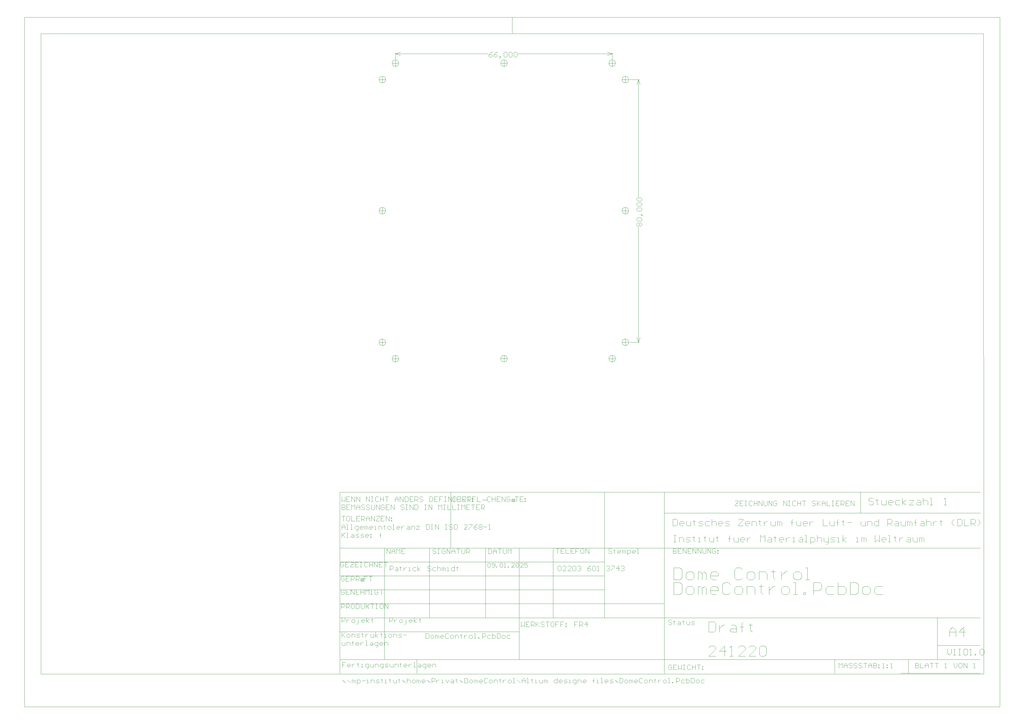
<source format=gm1>
G04*
G04 #@! TF.GenerationSoftware,Altium Limited,Altium Designer,25.2.1 (25)*
G04*
G04 Layer_Color=16711935*
%FSLAX44Y44*%
%MOMM*%
G71*
G04*
G04 #@! TF.SameCoordinates,1C064638-B53A-42AB-B659-0CA3A7FDC49E*
G04*
G04*
G04 #@! TF.FilePolarity,Positive*
G04*
G01*
G75*
%ADD10C,0.0100*%
%ADD37C,0.0127*%
%ADD38C,0.0010*%
D10*
X1840000Y1510665D02*
G03*
X1840000Y1510665I-10000J0D01*
G01*
Y1910000D02*
G03*
X1840000Y1910000I-10000J0D01*
G01*
Y1110000D02*
G03*
X1840000Y1110000I-10000J0D01*
G01*
X1470500Y1060000D02*
G03*
X1470500Y1060000I-10000J0D01*
G01*
X1140000D02*
G03*
X1140000Y1060000I-10000J0D01*
G01*
X1800000D02*
G03*
X1800000Y1060000I-10000J0D01*
G01*
X1100000Y1510665D02*
G03*
X1100000Y1510665I-10000J0D01*
G01*
Y1910000D02*
G03*
X1100000Y1910000I-10000J0D01*
G01*
Y1110000D02*
G03*
X1100000Y1110000I-10000J0D01*
G01*
X1800000Y1960000D02*
G03*
X1800000Y1960000I-10000J0D01*
G01*
X1470500D02*
G03*
X1470500Y1960000I-10000J0D01*
G01*
X1140000D02*
G03*
X1140000Y1960000I-10000J0D01*
G01*
X1820000Y1910000D02*
X1840000D01*
X1830000Y1900000D02*
Y1920000D01*
X1820000Y1510665D02*
X1840000D01*
X1830000Y1500665D02*
Y1520665D01*
X1820000Y1110000D02*
X1840000D01*
X1830000Y1100000D02*
Y1120000D01*
X1460500Y1051250D02*
Y1071250D01*
X1450500Y1061250D02*
X1470500D01*
X1130000Y1050000D02*
Y1070000D01*
X1120000Y1060000D02*
X1140000D01*
X1780000D02*
X1800000D01*
X1790000Y1050000D02*
Y1070000D01*
X1080000Y1510665D02*
X1100000D01*
X1090000Y1500665D02*
Y1520665D01*
X1080000Y1910000D02*
X1100000D01*
X1090000Y1900000D02*
Y1920000D01*
X1080000Y1110000D02*
X1100000D01*
X1090000Y1100000D02*
Y1120000D01*
X1790000Y1950000D02*
Y1970000D01*
X1780000Y1960000D02*
X1800000D01*
X1120000D02*
X1140000D01*
X1130000Y1950000D02*
Y1970000D01*
X1460500Y1950080D02*
Y1970080D01*
X1450500Y1960080D02*
X1470500D01*
X1867161Y1464194D02*
X1864622Y1466733D01*
Y1471812D01*
X1867161Y1474351D01*
X1869700D01*
X1872239Y1471812D01*
X1874778Y1474351D01*
X1877318D01*
X1879857Y1471812D01*
Y1466733D01*
X1877318Y1464194D01*
X1874778D01*
X1872239Y1466733D01*
X1869700Y1464194D01*
X1867161D01*
X1872239Y1466733D02*
Y1471812D01*
X1867161Y1479429D02*
X1864622Y1481968D01*
Y1487047D01*
X1867161Y1489586D01*
X1877318D01*
X1879857Y1487047D01*
Y1481968D01*
X1877318Y1479429D01*
X1867161D01*
X1882396Y1497203D02*
X1879857Y1499742D01*
X1877318D01*
Y1497203D01*
X1879857D01*
Y1499742D01*
X1882396Y1497203D01*
X1884935Y1494664D01*
X1867161Y1509899D02*
X1864622Y1512438D01*
Y1517517D01*
X1867161Y1520056D01*
X1877318D01*
X1879857Y1517517D01*
Y1512438D01*
X1877318Y1509899D01*
X1867161D01*
Y1525134D02*
X1864622Y1527673D01*
Y1532752D01*
X1867161Y1535291D01*
X1877318D01*
X1879857Y1532752D01*
Y1527673D01*
X1877318Y1525134D01*
X1867161D01*
Y1540369D02*
X1864622Y1542908D01*
Y1547987D01*
X1867161Y1550526D01*
X1877318D01*
X1879857Y1547987D01*
Y1542908D01*
X1877318Y1540369D01*
X1867161D01*
X1424351Y1993978D02*
X1419272Y1991439D01*
X1414194Y1986361D01*
Y1981283D01*
X1416733Y1978743D01*
X1421812D01*
X1424351Y1981283D01*
Y1983822D01*
X1421812Y1986361D01*
X1414194D01*
X1439586Y1993978D02*
X1434507Y1991439D01*
X1429429Y1986361D01*
Y1981283D01*
X1431968Y1978743D01*
X1437047D01*
X1439586Y1981283D01*
Y1983822D01*
X1437047Y1986361D01*
X1429429D01*
X1447203Y1976204D02*
X1449742Y1978743D01*
Y1981283D01*
X1447203D01*
Y1978743D01*
X1449742D01*
X1447203Y1976204D01*
X1444664Y1973665D01*
X1459899Y1991439D02*
X1462438Y1993978D01*
X1467517D01*
X1470056Y1991439D01*
Y1981283D01*
X1467517Y1978743D01*
X1462438D01*
X1459899Y1981283D01*
Y1991439D01*
X1475134D02*
X1477673Y1993978D01*
X1482752D01*
X1485291Y1991439D01*
Y1981283D01*
X1482752Y1978743D01*
X1477673D01*
X1475134Y1981283D01*
Y1991439D01*
X1490369D02*
X1492908Y1993978D01*
X1497987D01*
X1500526Y1991439D01*
Y1981283D01*
X1497987Y1978743D01*
X1492908D01*
X1490369Y1981283D01*
Y1991439D01*
D37*
X1485063Y2050063D02*
Y2100063D01*
X1195210Y101195D02*
Y143695D01*
X50064Y2050063D02*
X2920063D01*
X2779854Y187134D02*
X2909854D01*
X1948173Y589945D02*
X2909854D01*
X2779854Y144634D02*
Y272134D01*
X2545853Y590883D02*
Y654633D01*
X2467854Y102134D02*
Y144634D01*
X1948173Y101195D02*
Y653695D01*
X1506173Y271195D02*
X2909854D01*
X960173D02*
X1506173D01*
X960173Y228694D02*
X1506173D01*
X1766103Y271195D02*
X1766173Y653695D01*
X958584Y228401D02*
X1504903D01*
X1610173Y271195D02*
Y483695D01*
X1404162Y271195D02*
Y483695D01*
X1298173D02*
Y653695D01*
X1096138Y143695D02*
Y483695D01*
X960173Y101195D02*
Y653695D01*
X1506173Y143695D02*
Y483695D01*
X960173Y441195D02*
X1766134D01*
X960173Y398695D02*
X1766126D01*
X960173Y356195D02*
X1766118D01*
X960173Y313695D02*
X1948173D01*
X1233173Y271195D02*
Y483695D01*
X960173Y653695D02*
X2909854D01*
X960173Y483695D02*
X2909854D01*
X960173Y143695D02*
X2909854D01*
X50064Y100063D02*
X2921131D01*
X2668948Y102134D02*
X2909854D01*
X50064Y100063D02*
Y2050063D01*
X2691649Y102014D02*
Y143695D01*
X63Y2100063D02*
X2970063D01*
X63Y63D02*
Y2100063D01*
Y63D02*
X2970063D01*
Y2100063D01*
X2920063Y2050063D02*
X2921131Y100063D01*
X1977517Y423527D02*
Y386497D01*
X1996032D01*
X2002204Y392669D01*
Y417355D01*
X1996032Y423527D01*
X1977517D01*
X2020718Y386497D02*
X2033062D01*
X2039233Y392669D01*
Y405012D01*
X2033062Y411184D01*
X2020718D01*
X2014547Y405012D01*
Y392669D01*
X2020718Y386497D01*
X2051576D02*
Y411184D01*
X2057748D01*
X2063920Y405012D01*
Y386497D01*
Y405012D01*
X2070091Y411184D01*
X2076263Y405012D01*
Y386497D01*
X2107121D02*
X2094778D01*
X2088606Y392669D01*
Y405012D01*
X2094778Y411184D01*
X2107121D01*
X2113293Y405012D01*
Y398841D01*
X2088606D01*
X2187352Y417355D02*
X2181180Y423527D01*
X2168837D01*
X2162666Y417355D01*
Y392669D01*
X2168837Y386497D01*
X2181180D01*
X2187352Y392669D01*
X2205867Y386497D02*
X2218210D01*
X2224382Y392669D01*
Y405012D01*
X2218210Y411184D01*
X2205867D01*
X2199695Y405012D01*
Y392669D01*
X2205867Y386497D01*
X2236725D02*
Y411184D01*
X2255240D01*
X2261411Y405012D01*
Y386497D01*
X2279926Y417355D02*
Y411184D01*
X2273755D01*
X2286098D01*
X2279926D01*
Y392669D01*
X2286098Y386497D01*
X2304613Y411184D02*
Y386497D01*
Y398841D01*
X2310784Y405012D01*
X2316956Y411184D01*
X2323127D01*
X2347814Y386497D02*
X2360157D01*
X2366329Y392669D01*
Y405012D01*
X2360157Y411184D01*
X2347814D01*
X2341642Y405012D01*
Y392669D01*
X2347814Y386497D01*
X2378672D02*
X2391015D01*
X2384844D01*
Y423527D01*
X2378672D01*
X1977517Y378787D02*
Y341757D01*
X1996032D01*
X2002204Y347929D01*
Y372615D01*
X1996032Y378787D01*
X1977517D01*
X2020718Y341757D02*
X2033062D01*
X2039233Y347929D01*
Y360272D01*
X2033062Y366443D01*
X2020718D01*
X2014547Y360272D01*
Y347929D01*
X2020718Y341757D01*
X2051576D02*
Y366443D01*
X2057748D01*
X2063920Y360272D01*
Y341757D01*
Y360272D01*
X2070091Y366443D01*
X2076263Y360272D01*
Y341757D01*
X2107121D02*
X2094778D01*
X2088606Y347929D01*
Y360272D01*
X2094778Y366443D01*
X2107121D01*
X2113293Y360272D01*
Y354100D01*
X2088606D01*
X2150322Y372615D02*
X2144151Y378787D01*
X2131807D01*
X2125636Y372615D01*
Y347929D01*
X2131807Y341757D01*
X2144151D01*
X2150322Y347929D01*
X2168837Y341757D02*
X2181180D01*
X2187352Y347929D01*
Y360272D01*
X2181180Y366443D01*
X2168837D01*
X2162666Y360272D01*
Y347929D01*
X2168837Y341757D01*
X2199695D02*
Y366443D01*
X2218210D01*
X2224382Y360272D01*
Y341757D01*
X2242897Y372615D02*
Y366443D01*
X2236725D01*
X2249068D01*
X2242897D01*
Y347929D01*
X2249068Y341757D01*
X2267583Y366443D02*
Y341757D01*
Y354100D01*
X2273755Y360272D01*
X2279926Y366443D01*
X2286098D01*
X2310784Y341757D02*
X2323127D01*
X2329299Y347929D01*
Y360272D01*
X2323127Y366443D01*
X2310784D01*
X2304613Y360272D01*
Y347929D01*
X2310784Y341757D01*
X2341642D02*
X2353986D01*
X2347814D01*
Y378787D01*
X2341642D01*
X2372500Y341757D02*
Y347929D01*
X2378672D01*
Y341757D01*
X2372500D01*
X2403358D02*
Y378787D01*
X2421873D01*
X2428045Y372615D01*
Y360272D01*
X2421873Y354100D01*
X2403358D01*
X2465075Y366443D02*
X2446560D01*
X2440388Y360272D01*
Y347929D01*
X2446560Y341757D01*
X2465075D01*
X2477418Y378787D02*
Y341757D01*
X2495933D01*
X2502104Y347929D01*
Y354100D01*
Y360272D01*
X2495933Y366443D01*
X2477418D01*
X2514448Y378787D02*
Y341757D01*
X2532962D01*
X2539134Y347929D01*
Y372615D01*
X2532962Y378787D01*
X2514448D01*
X2557649Y341757D02*
X2569992D01*
X2576164Y347929D01*
Y360272D01*
X2569992Y366443D01*
X2557649D01*
X2551477Y360272D01*
Y347929D01*
X2557649Y341757D01*
X2613193Y366443D02*
X2594679D01*
X2588507Y360272D01*
Y347929D01*
X2594679Y341757D01*
X2613193D01*
X2105357Y153797D02*
X2084197D01*
X2105357Y174957D01*
Y180247D01*
X2100067Y185537D01*
X2089487D01*
X2084197Y180247D01*
X2131807Y153797D02*
Y185537D01*
X2115937Y169667D01*
X2137097D01*
X2147677Y153797D02*
X2158256D01*
X2152966D01*
Y185537D01*
X2147677Y180247D01*
X2195286Y153797D02*
X2174126D01*
X2195286Y174957D01*
Y180247D01*
X2189996Y185537D01*
X2179416D01*
X2174126Y180247D01*
X2227026Y153797D02*
X2205866D01*
X2227026Y174957D01*
Y180247D01*
X2221736Y185537D01*
X2211156D01*
X2205866Y180247D01*
X2237606D02*
X2242896Y185537D01*
X2253476D01*
X2258766Y180247D01*
Y159087D01*
X2253476Y153797D01*
X2242896D01*
X2237606Y159087D01*
Y180247D01*
X2810637Y176122D02*
Y163779D01*
X2816808Y157607D01*
X2822980Y163779D01*
Y176122D01*
X2829152Y157607D02*
X2835323D01*
X2832238D01*
Y176122D01*
X2829152Y173036D01*
X2844581Y176122D02*
X2850753D01*
X2847667D01*
Y157607D01*
X2844581D01*
X2850753D01*
X2860010Y173036D02*
X2863096Y176122D01*
X2869267D01*
X2872353Y173036D01*
Y160693D01*
X2869267Y157607D01*
X2863096D01*
X2860010Y160693D01*
Y173036D01*
X2878525Y157607D02*
X2884696D01*
X2881611D01*
Y176122D01*
X2878525Y173036D01*
X2893954Y157607D02*
Y160693D01*
X2897040D01*
Y157607D01*
X2893954D01*
X2909383Y173036D02*
X2912469Y176122D01*
X2918640D01*
X2921726Y173036D01*
Y160693D01*
X2918640Y157607D01*
X2912469D01*
X2909383Y160693D01*
Y173036D01*
X1618721Y481952D02*
X1628718D01*
X1623720D01*
Y466957D01*
X1643713Y481952D02*
X1633716D01*
Y466957D01*
X1643713D01*
X1633716Y474454D02*
X1638715D01*
X1648712Y481952D02*
Y466957D01*
X1658708D01*
X1673704Y481952D02*
X1663707D01*
Y466957D01*
X1673704D01*
X1663707Y474454D02*
X1668705D01*
X1688699Y481952D02*
X1678702D01*
Y474454D01*
X1683700D01*
X1678702D01*
Y466957D01*
X1701195Y481952D02*
X1696196D01*
X1693697Y479453D01*
Y469456D01*
X1696196Y466957D01*
X1701195D01*
X1703694Y469456D01*
Y479453D01*
X1701195Y481952D01*
X1708692Y466957D02*
Y481952D01*
X1718689Y466957D01*
Y481952D01*
X1788418Y479453D02*
X1785919Y481952D01*
X1780920D01*
X1778421Y479453D01*
Y476954D01*
X1780920Y474454D01*
X1785919D01*
X1788418Y471955D01*
Y469456D01*
X1785919Y466957D01*
X1780920D01*
X1778421Y469456D01*
X1795915Y479453D02*
Y476954D01*
X1793416D01*
X1798415D01*
X1795915D01*
Y469456D01*
X1798415Y466957D01*
X1813410D02*
X1808411D01*
X1805912Y469456D01*
Y474454D01*
X1808411Y476954D01*
X1813410D01*
X1815909Y474454D01*
Y471955D01*
X1805912D01*
X1820907Y466957D02*
Y476954D01*
X1823407D01*
X1825906Y474454D01*
Y466957D01*
Y474454D01*
X1828405Y476954D01*
X1830904Y474454D01*
Y466957D01*
X1835902Y461958D02*
Y476954D01*
X1843400D01*
X1845899Y474454D01*
Y469456D01*
X1843400Y466957D01*
X1835902D01*
X1858395D02*
X1853397D01*
X1850898Y469456D01*
Y474454D01*
X1853397Y476954D01*
X1858395D01*
X1860894Y474454D01*
Y471955D01*
X1850898D01*
X1865893Y466957D02*
X1870891D01*
X1868392D01*
Y481952D01*
X1865893D01*
X1221867Y223402D02*
Y208407D01*
X1229365D01*
X1231864Y210906D01*
Y220903D01*
X1229365Y223402D01*
X1221867D01*
X1239361Y208407D02*
X1244360D01*
X1246859Y210906D01*
Y215905D01*
X1244360Y218404D01*
X1239361D01*
X1236862Y215905D01*
Y210906D01*
X1239361Y208407D01*
X1251857D02*
Y218404D01*
X1254357D01*
X1256856Y215905D01*
Y208407D01*
Y215905D01*
X1259355Y218404D01*
X1261854Y215905D01*
Y208407D01*
X1274350D02*
X1269352D01*
X1266852Y210906D01*
Y215905D01*
X1269352Y218404D01*
X1274350D01*
X1276849Y215905D01*
Y213405D01*
X1266852D01*
X1291844Y220903D02*
X1289345Y223402D01*
X1284347D01*
X1281848Y220903D01*
Y210906D01*
X1284347Y208407D01*
X1289345D01*
X1291844Y210906D01*
X1299342Y208407D02*
X1304340D01*
X1306839Y210906D01*
Y215905D01*
X1304340Y218404D01*
X1299342D01*
X1296843Y215905D01*
Y210906D01*
X1299342Y208407D01*
X1311838D02*
Y218404D01*
X1319335D01*
X1321835Y215905D01*
Y208407D01*
X1329332Y220903D02*
Y218404D01*
X1326833D01*
X1331831D01*
X1329332D01*
Y210906D01*
X1331831Y208407D01*
X1339329Y218404D02*
Y208407D01*
Y213405D01*
X1341828Y215905D01*
X1344327Y218404D01*
X1346826D01*
X1356823Y208407D02*
X1361822D01*
X1364321Y210906D01*
Y215905D01*
X1361822Y218404D01*
X1356823D01*
X1354324Y215905D01*
Y210906D01*
X1356823Y208407D01*
X1369319D02*
X1374318D01*
X1371818D01*
Y223402D01*
X1369319D01*
X1381815Y208407D02*
Y210906D01*
X1384314D01*
Y208407D01*
X1381815D01*
X1394311D02*
Y223402D01*
X1401809D01*
X1404308Y220903D01*
Y215905D01*
X1401809Y213405D01*
X1394311D01*
X1419303Y218404D02*
X1411806D01*
X1409306Y215905D01*
Y210906D01*
X1411806Y208407D01*
X1419303D01*
X1424301Y223402D02*
Y208407D01*
X1431799D01*
X1434298Y210906D01*
Y213405D01*
Y215905D01*
X1431799Y218404D01*
X1424301D01*
X1439297Y223402D02*
Y208407D01*
X1446794D01*
X1449293Y210906D01*
Y220903D01*
X1446794Y223402D01*
X1439297D01*
X1456791Y208407D02*
X1461789D01*
X1464288Y210906D01*
Y215905D01*
X1461789Y218404D01*
X1456791D01*
X1454292Y215905D01*
Y210906D01*
X1456791Y208407D01*
X1479284Y218404D02*
X1471786D01*
X1469287Y215905D01*
Y210906D01*
X1471786Y208407D01*
X1479284D01*
X1624457Y426631D02*
X1626954Y429128D01*
X1631948D01*
X1634444Y426631D01*
Y416644D01*
X1631948Y414147D01*
X1626954D01*
X1624457Y416644D01*
Y426631D01*
X1649426Y414147D02*
X1639438D01*
X1649426Y424134D01*
Y426631D01*
X1646929Y429128D01*
X1641935D01*
X1639438Y426631D01*
X1664407Y414147D02*
X1654419D01*
X1664407Y424134D01*
Y426631D01*
X1661910Y429128D01*
X1656916D01*
X1654419Y426631D01*
X1669400D02*
X1671897Y429128D01*
X1676891D01*
X1679388Y426631D01*
Y416644D01*
X1676891Y414147D01*
X1671897D01*
X1669400Y416644D01*
Y426631D01*
X1684382D02*
X1686879Y429128D01*
X1691872D01*
X1694369Y426631D01*
Y424134D01*
X1691872Y421638D01*
X1689375D01*
X1691872D01*
X1694369Y419141D01*
Y416644D01*
X1691872Y414147D01*
X1686879D01*
X1684382Y416644D01*
X1724331Y429128D02*
X1719338Y426631D01*
X1714344Y421638D01*
Y416644D01*
X1716841Y414147D01*
X1721835D01*
X1724331Y416644D01*
Y419141D01*
X1721835Y421638D01*
X1714344D01*
X1729325Y426631D02*
X1731822Y429128D01*
X1736816D01*
X1739312Y426631D01*
Y416644D01*
X1736816Y414147D01*
X1731822D01*
X1729325Y416644D01*
Y426631D01*
X1744306Y414147D02*
X1749300D01*
X1746803D01*
Y429128D01*
X1744306Y426631D01*
X1771772D02*
X1774268Y429128D01*
X1779262D01*
X1781759Y426631D01*
Y424134D01*
X1779262Y421638D01*
X1776765D01*
X1779262D01*
X1781759Y419141D01*
Y416644D01*
X1779262Y414147D01*
X1774268D01*
X1771772Y416644D01*
X1786753Y429128D02*
X1796740D01*
Y426631D01*
X1786753Y416644D01*
Y414147D01*
X1809225D02*
Y429128D01*
X1801734Y421638D01*
X1811721D01*
X1816715Y426631D02*
X1819212Y429128D01*
X1824206D01*
X1826703Y426631D01*
Y424134D01*
X1824206Y421638D01*
X1821709D01*
X1824206D01*
X1826703Y419141D01*
Y416644D01*
X1824206Y414147D01*
X1819212D01*
X1816715Y416644D01*
X966486Y196738D02*
Y189240D01*
X968985Y186741D01*
X976482D01*
Y196738D01*
X981481Y186741D02*
Y196738D01*
X988978D01*
X991477Y194239D01*
Y186741D01*
X998975Y199237D02*
Y196738D01*
X996476D01*
X1001474D01*
X998975D01*
Y189240D01*
X1001474Y186741D01*
X1016469D02*
X1011471D01*
X1008972Y189240D01*
Y194239D01*
X1011471Y196738D01*
X1016469D01*
X1018969Y194239D01*
Y191740D01*
X1008972D01*
X1023967Y196738D02*
Y186741D01*
Y191740D01*
X1026466Y194239D01*
X1028965Y196738D01*
X1031464D01*
X1038962Y186741D02*
X1043960D01*
X1041461D01*
Y201737D01*
X1038962D01*
X1053957Y196738D02*
X1058956D01*
X1061455Y194239D01*
Y186741D01*
X1053957D01*
X1051458Y189240D01*
X1053957Y191740D01*
X1061455D01*
X1071452Y181743D02*
X1073951D01*
X1076450Y184242D01*
Y196738D01*
X1068952D01*
X1066453Y194239D01*
Y189240D01*
X1068952Y186741D01*
X1076450D01*
X1088946D02*
X1083948D01*
X1081448Y189240D01*
Y194239D01*
X1083948Y196738D01*
X1088946D01*
X1091445Y194239D01*
Y191740D01*
X1081448D01*
X1096443Y186741D02*
Y196738D01*
X1103941D01*
X1106440Y194239D01*
Y186741D01*
X966486Y226737D02*
Y211741D01*
Y216740D01*
X976482Y226737D01*
X968985Y219239D01*
X976482Y211741D01*
X983980D02*
X988978D01*
X991477Y214240D01*
Y219239D01*
X988978Y221738D01*
X983980D01*
X981481Y219239D01*
Y214240D01*
X983980Y211741D01*
X996476D02*
Y221738D01*
X1003973D01*
X1006473Y219239D01*
Y211741D01*
X1011471D02*
X1018969D01*
X1021468Y214240D01*
X1018969Y216740D01*
X1013970D01*
X1011471Y219239D01*
X1013970Y221738D01*
X1021468D01*
X1028965Y224237D02*
Y221738D01*
X1026466D01*
X1031464D01*
X1028965D01*
Y214240D01*
X1031464Y211741D01*
X1038962Y221738D02*
Y211741D01*
Y216740D01*
X1041461Y219239D01*
X1043960Y221738D01*
X1046460D01*
X1053957D02*
Y214240D01*
X1056456Y211741D01*
X1063954D01*
Y221738D01*
X1068952Y211741D02*
Y226737D01*
Y216740D02*
X1076450Y221738D01*
X1068952Y216740D02*
X1076450Y211741D01*
X1086447Y224237D02*
Y221738D01*
X1083948D01*
X1088946D01*
X1086447D01*
Y214240D01*
X1088946Y211741D01*
X1096443D02*
X1101442D01*
X1098943D01*
Y221738D01*
X1096443D01*
X1111439Y211741D02*
X1116437D01*
X1118936Y214240D01*
Y219239D01*
X1116437Y221738D01*
X1111439D01*
X1108939Y219239D01*
Y214240D01*
X1111439Y211741D01*
X1123935D02*
Y221738D01*
X1131432D01*
X1133931Y219239D01*
Y211741D01*
X1138930D02*
X1146427D01*
X1148926Y214240D01*
X1146427Y216740D01*
X1141429D01*
X1138930Y219239D01*
X1141429Y221738D01*
X1148926D01*
X1153925Y219239D02*
X1163922D01*
X977864Y72435D02*
X967867Y82432D01*
X992859Y72435D02*
X982862Y82432D01*
X997857Y72435D02*
Y82432D01*
X1000357D01*
X1002856Y79933D01*
Y72435D01*
Y79933D01*
X1005355Y82432D01*
X1007854Y79933D01*
Y72435D01*
X1012852Y67437D02*
Y82432D01*
X1020350D01*
X1022849Y79933D01*
Y74935D01*
X1020350Y72435D01*
X1012852D01*
X1027848Y79933D02*
X1037844D01*
X1042843Y72435D02*
X1047841D01*
X1045342D01*
Y82432D01*
X1042843D01*
X1055339Y72435D02*
Y82432D01*
X1062836D01*
X1065335Y79933D01*
Y72435D01*
X1070334D02*
X1077831D01*
X1080331Y74935D01*
X1077831Y77434D01*
X1072833D01*
X1070334Y79933D01*
X1072833Y82432D01*
X1080331D01*
X1087828Y84931D02*
Y82432D01*
X1085329D01*
X1090327D01*
X1087828D01*
Y74935D01*
X1090327Y72435D01*
X1097825D02*
X1102823D01*
X1100324D01*
Y82432D01*
X1097825D01*
X1112820Y84931D02*
Y82432D01*
X1110321D01*
X1115319D01*
X1112820D01*
Y74935D01*
X1115319Y72435D01*
X1122817Y82432D02*
Y74935D01*
X1125316Y72435D01*
X1132814D01*
Y82432D01*
X1140311Y84931D02*
Y82432D01*
X1137812D01*
X1142810D01*
X1140311D01*
Y74935D01*
X1142810Y72435D01*
X1160305D02*
X1150308Y82432D01*
X1165303Y87430D02*
Y72435D01*
Y79933D01*
X1167802Y82432D01*
X1172801D01*
X1175300Y79933D01*
Y72435D01*
X1182797D02*
X1187796D01*
X1190295Y74935D01*
Y79933D01*
X1187796Y82432D01*
X1182797D01*
X1180298Y79933D01*
Y74935D01*
X1182797Y72435D01*
X1195293D02*
Y82432D01*
X1197793D01*
X1200292Y79933D01*
Y72435D01*
Y79933D01*
X1202791Y82432D01*
X1205290Y79933D01*
Y72435D01*
X1217786D02*
X1212788D01*
X1210288Y74935D01*
Y79933D01*
X1212788Y82432D01*
X1217786D01*
X1220285Y79933D01*
Y77434D01*
X1210288D01*
X1235280Y72435D02*
X1225284Y82432D01*
X1240279Y72435D02*
Y87430D01*
X1247776D01*
X1250276Y84931D01*
Y79933D01*
X1247776Y77434D01*
X1240279D01*
X1255274Y82432D02*
Y72435D01*
Y77434D01*
X1257773Y79933D01*
X1260272Y82432D01*
X1262772D01*
X1270269Y72435D02*
X1275267D01*
X1272768D01*
Y82432D01*
X1270269D01*
X1282765D02*
X1287764Y72435D01*
X1292762Y82432D01*
X1300259D02*
X1305258D01*
X1307757Y79933D01*
Y72435D01*
X1300259D01*
X1297760Y74935D01*
X1300259Y77434D01*
X1307757D01*
X1315255Y84931D02*
Y82432D01*
X1312755D01*
X1317754D01*
X1315255D01*
Y74935D01*
X1317754Y72435D01*
X1335248D02*
X1325251Y82432D01*
X1340246Y87430D02*
Y72435D01*
X1347744D01*
X1350243Y74935D01*
Y84931D01*
X1347744Y87430D01*
X1340246D01*
X1357741Y72435D02*
X1362739D01*
X1365238Y74935D01*
Y79933D01*
X1362739Y82432D01*
X1357741D01*
X1355242Y79933D01*
Y74935D01*
X1357741Y72435D01*
X1370237D02*
Y82432D01*
X1372736D01*
X1375235Y79933D01*
Y72435D01*
Y79933D01*
X1377734Y82432D01*
X1380233Y79933D01*
Y72435D01*
X1392729D02*
X1387731D01*
X1385232Y74935D01*
Y79933D01*
X1387731Y82432D01*
X1392729D01*
X1395229Y79933D01*
Y77434D01*
X1385232D01*
X1410224Y84931D02*
X1407725Y87430D01*
X1402726D01*
X1400227Y84931D01*
Y74935D01*
X1402726Y72435D01*
X1407725D01*
X1410224Y74935D01*
X1417721Y72435D02*
X1422720D01*
X1425219Y74935D01*
Y79933D01*
X1422720Y82432D01*
X1417721D01*
X1415222Y79933D01*
Y74935D01*
X1417721Y72435D01*
X1430217D02*
Y82432D01*
X1437715D01*
X1440214Y79933D01*
Y72435D01*
X1447712Y84931D02*
Y82432D01*
X1445213D01*
X1450211D01*
X1447712D01*
Y74935D01*
X1450211Y72435D01*
X1457708Y82432D02*
Y72435D01*
Y77434D01*
X1460208Y79933D01*
X1462707Y82432D01*
X1465206D01*
X1475203Y72435D02*
X1480201D01*
X1482700Y74935D01*
Y79933D01*
X1480201Y82432D01*
X1475203D01*
X1472704Y79933D01*
Y74935D01*
X1475203Y72435D01*
X1487699D02*
X1492697D01*
X1490198D01*
Y87430D01*
X1487699D01*
X1510191Y72435D02*
X1500195Y82432D01*
X1515190Y72435D02*
Y82432D01*
X1520188Y87430D01*
X1525187Y82432D01*
Y72435D01*
Y79933D01*
X1515190D01*
X1530185Y72435D02*
X1535183D01*
X1532684D01*
Y87430D01*
X1530185D01*
X1545180Y84931D02*
Y82432D01*
X1542681D01*
X1547679D01*
X1545180D01*
Y74935D01*
X1547679Y72435D01*
X1555177D02*
X1560175D01*
X1557676D01*
Y82432D01*
X1555177D01*
X1567673D02*
Y74935D01*
X1570172Y72435D01*
X1577670D01*
Y82432D01*
X1582668Y72435D02*
Y82432D01*
X1585167D01*
X1587666Y79933D01*
Y72435D01*
Y79933D01*
X1590166Y82432D01*
X1592665Y79933D01*
Y72435D01*
X1622655Y87430D02*
Y72435D01*
X1615157D01*
X1612658Y74935D01*
Y79933D01*
X1615157Y82432D01*
X1622655D01*
X1635151Y72435D02*
X1630153D01*
X1627653Y74935D01*
Y79933D01*
X1630153Y82432D01*
X1635151D01*
X1637650Y79933D01*
Y77434D01*
X1627653D01*
X1642649Y72435D02*
X1650146D01*
X1652645Y74935D01*
X1650146Y77434D01*
X1645148D01*
X1642649Y79933D01*
X1645148Y82432D01*
X1652645D01*
X1657644Y72435D02*
X1662642D01*
X1660143D01*
Y82432D01*
X1657644D01*
X1675138Y67437D02*
X1677637D01*
X1680136Y69936D01*
Y82432D01*
X1672639D01*
X1670140Y79933D01*
Y74935D01*
X1672639Y72435D01*
X1680136D01*
X1685135D02*
Y82432D01*
X1692632D01*
X1695132Y79933D01*
Y72435D01*
X1707628D02*
X1702629D01*
X1700130Y74935D01*
Y79933D01*
X1702629Y82432D01*
X1707628D01*
X1710127Y79933D01*
Y77434D01*
X1700130D01*
X1732619Y72435D02*
Y84931D01*
Y79933D01*
X1730120D01*
X1735119D01*
X1732619D01*
Y84931D01*
X1735119Y87430D01*
X1742616Y72435D02*
X1747615D01*
X1745115D01*
Y82432D01*
X1742616D01*
X1755112Y72435D02*
X1760111D01*
X1757611D01*
Y87430D01*
X1755112D01*
X1775106Y72435D02*
X1770107D01*
X1767608Y74935D01*
Y79933D01*
X1770107Y82432D01*
X1775106D01*
X1777605Y79933D01*
Y77434D01*
X1767608D01*
X1782603Y72435D02*
X1790101D01*
X1792600Y74935D01*
X1790101Y77434D01*
X1785103D01*
X1782603Y79933D01*
X1785103Y82432D01*
X1792600D01*
X1807595Y72435D02*
X1797598Y82432D01*
X1812594Y87430D02*
Y72435D01*
X1820091D01*
X1822590Y74935D01*
Y84931D01*
X1820091Y87430D01*
X1812594D01*
X1830088Y72435D02*
X1835086D01*
X1837585Y74935D01*
Y79933D01*
X1835086Y82432D01*
X1830088D01*
X1827589Y79933D01*
Y74935D01*
X1830088Y72435D01*
X1842584D02*
Y82432D01*
X1845083D01*
X1847582Y79933D01*
Y72435D01*
Y79933D01*
X1850081Y82432D01*
X1852581Y79933D01*
Y72435D01*
X1865077D02*
X1860078D01*
X1857579Y74935D01*
Y79933D01*
X1860078Y82432D01*
X1865077D01*
X1867576Y79933D01*
Y77434D01*
X1857579D01*
X1882571Y84931D02*
X1880072Y87430D01*
X1875073D01*
X1872574Y84931D01*
Y74935D01*
X1875073Y72435D01*
X1880072D01*
X1882571Y74935D01*
X1890069Y72435D02*
X1895067D01*
X1897566Y74935D01*
Y79933D01*
X1895067Y82432D01*
X1890069D01*
X1887569Y79933D01*
Y74935D01*
X1890069Y72435D01*
X1902564D02*
Y82432D01*
X1910062D01*
X1912561Y79933D01*
Y72435D01*
X1920059Y84931D02*
Y82432D01*
X1917560D01*
X1922558D01*
X1920059D01*
Y74935D01*
X1922558Y72435D01*
X1930056Y82432D02*
Y72435D01*
Y77434D01*
X1932555Y79933D01*
X1935054Y82432D01*
X1937553D01*
X1947550Y72435D02*
X1952548D01*
X1955047Y74935D01*
Y79933D01*
X1952548Y82432D01*
X1947550D01*
X1945051Y79933D01*
Y74935D01*
X1947550Y72435D01*
X1960046D02*
X1965044D01*
X1962545D01*
Y87430D01*
X1960046D01*
X1972542Y72435D02*
Y74935D01*
X1975041D01*
Y72435D01*
X1972542D01*
X1985038D02*
Y87430D01*
X1992535D01*
X1995034Y84931D01*
Y79933D01*
X1992535Y77434D01*
X1985038D01*
X2010030Y82432D02*
X2002532D01*
X2000033Y79933D01*
Y74935D01*
X2002532Y72435D01*
X2010030D01*
X2015028Y87430D02*
Y72435D01*
X2022526D01*
X2025025Y74935D01*
Y77434D01*
Y79933D01*
X2022526Y82432D01*
X2015028D01*
X2030023Y87430D02*
Y72435D01*
X2037521D01*
X2040020Y74935D01*
Y84931D01*
X2037521Y87430D01*
X2030023D01*
X2047518Y72435D02*
X2052516D01*
X2055015Y74935D01*
Y79933D01*
X2052516Y82432D01*
X2047518D01*
X2045018Y79933D01*
Y74935D01*
X2047518Y72435D01*
X2070010Y82432D02*
X2062513D01*
X2060013Y79933D01*
Y74935D01*
X2062513Y72435D01*
X2070010D01*
X977864Y135690D02*
X967867D01*
Y128193D01*
X972865D01*
X967867D01*
Y120695D01*
X990360D02*
X985361D01*
X982862Y123195D01*
Y128193D01*
X985361Y130692D01*
X990360D01*
X992859Y128193D01*
Y125694D01*
X982862D01*
X997857Y130692D02*
Y120695D01*
Y125694D01*
X1000357Y128193D01*
X1002856Y130692D01*
X1005355D01*
X1015352Y133191D02*
Y130692D01*
X1012852D01*
X1017851D01*
X1015352D01*
Y123195D01*
X1017851Y120695D01*
X1025348D02*
X1030347D01*
X1027848D01*
Y130692D01*
X1025348D01*
X1042843Y115697D02*
X1045342D01*
X1047841Y118196D01*
Y130692D01*
X1040343D01*
X1037844Y128193D01*
Y123195D01*
X1040343Y120695D01*
X1047841D01*
X1052840Y130692D02*
Y123195D01*
X1055339Y120695D01*
X1062836D01*
Y130692D01*
X1067835Y120695D02*
Y130692D01*
X1075332D01*
X1077831Y128193D01*
Y120695D01*
X1087828Y115697D02*
X1090327D01*
X1092827Y118196D01*
Y130692D01*
X1085329D01*
X1082830Y128193D01*
Y123195D01*
X1085329Y120695D01*
X1092827D01*
X1097825D02*
X1105322D01*
X1107822Y123195D01*
X1105322Y125694D01*
X1100324D01*
X1097825Y128193D01*
X1100324Y130692D01*
X1107822D01*
X1112820D02*
Y123195D01*
X1115319Y120695D01*
X1122817D01*
Y130692D01*
X1127815Y120695D02*
Y130692D01*
X1135313D01*
X1137812Y128193D01*
Y120695D01*
X1145310Y133191D02*
Y130692D01*
X1142810D01*
X1147809D01*
X1145310D01*
Y123195D01*
X1147809Y120695D01*
X1162804D02*
X1157805D01*
X1155306Y123195D01*
Y128193D01*
X1157805Y130692D01*
X1162804D01*
X1165303Y128193D01*
Y125694D01*
X1155306D01*
X1170302Y130692D02*
Y120695D01*
Y125694D01*
X1172801Y128193D01*
X1175300Y130692D01*
X1177799D01*
X1185297Y120695D02*
X1190295D01*
X1187796D01*
Y135690D01*
X1185297D01*
X1200292Y130692D02*
X1205290D01*
X1207789Y128193D01*
Y120695D01*
X1200292D01*
X1197793Y123195D01*
X1200292Y125694D01*
X1207789D01*
X1217786Y115697D02*
X1220285D01*
X1222785Y118196D01*
Y130692D01*
X1215287D01*
X1212788Y128193D01*
Y123195D01*
X1215287Y120695D01*
X1222785D01*
X1235280D02*
X1230282D01*
X1227783Y123195D01*
Y128193D01*
X1230282Y130692D01*
X1235280D01*
X1237780Y128193D01*
Y125694D01*
X1227783D01*
X1242778Y120695D02*
Y130692D01*
X1250276D01*
X1252775Y128193D01*
Y120695D01*
X1410407Y435810D02*
X1412611Y438014D01*
X1417019D01*
X1419223Y435810D01*
Y426993D01*
X1417019Y424789D01*
X1412611D01*
X1410407Y426993D01*
Y435810D01*
X1423632Y426993D02*
X1425836Y424789D01*
X1430244D01*
X1432448Y426993D01*
Y435810D01*
X1430244Y438014D01*
X1425836D01*
X1423632Y435810D01*
Y433605D01*
X1425836Y431401D01*
X1432448D01*
X1436857Y424789D02*
Y426993D01*
X1439061D01*
Y424789D01*
X1436857D01*
X1447877Y435810D02*
X1450081Y438014D01*
X1454490D01*
X1456694Y435810D01*
Y426993D01*
X1454490Y424789D01*
X1450081D01*
X1447877Y426993D01*
Y435810D01*
X1461102Y424789D02*
X1465511D01*
X1463306D01*
Y438014D01*
X1461102Y435810D01*
X1472123Y424789D02*
Y426993D01*
X1474327D01*
Y424789D01*
X1472123D01*
X1491960D02*
X1483144D01*
X1491960Y433605D01*
Y435810D01*
X1489756Y438014D01*
X1485348D01*
X1483144Y435810D01*
X1496369D02*
X1498573Y438014D01*
X1502981D01*
X1505185Y435810D01*
Y426993D01*
X1502981Y424789D01*
X1498573D01*
X1496369Y426993D01*
Y435810D01*
X1518410Y424789D02*
X1509593D01*
X1518410Y433605D01*
Y435810D01*
X1516206Y438014D01*
X1511797D01*
X1509593Y435810D01*
X1531635Y438014D02*
X1522818D01*
Y431401D01*
X1527227Y433605D01*
X1529431D01*
X1531635Y431401D01*
Y426993D01*
X1529431Y424789D01*
X1525022D01*
X1522818Y426993D01*
X972291Y437988D02*
X969792Y440487D01*
X964794D01*
X962295Y437988D01*
Y427991D01*
X964794Y425492D01*
X969792D01*
X972291Y427991D01*
Y432990D01*
X967293D01*
X987287Y440487D02*
X977290D01*
Y425492D01*
X987287D01*
X977290Y432990D02*
X982288D01*
X992285Y440487D02*
X1002282D01*
Y437988D01*
X992285Y427991D01*
Y425492D01*
X1002282D01*
X1017277Y440487D02*
X1007280D01*
Y425492D01*
X1017277D01*
X1007280Y432990D02*
X1012279D01*
X1022275Y440487D02*
X1027274D01*
X1024774D01*
Y425492D01*
X1022275D01*
X1027274D01*
X1044768Y437988D02*
X1042269Y440487D01*
X1037271D01*
X1034771Y437988D01*
Y427991D01*
X1037271Y425492D01*
X1042269D01*
X1044768Y427991D01*
X1049766Y440487D02*
Y425492D01*
Y432990D01*
X1059763D01*
Y440487D01*
Y425492D01*
X1064762D02*
Y440487D01*
X1074758Y425492D01*
Y440487D01*
X1089753D02*
X1079757D01*
Y425492D01*
X1089753D01*
X1079757Y432990D02*
X1084755D01*
X1094752Y440487D02*
X1104749D01*
X1099750D01*
Y425492D01*
X974275Y395235D02*
X971776Y397734D01*
X966777D01*
X964278Y395235D01*
Y385238D01*
X966777Y382739D01*
X971776D01*
X974275Y385238D01*
Y390237D01*
X969276D01*
X989270Y397734D02*
X979273D01*
Y382739D01*
X989270D01*
X979273Y390237D02*
X984271D01*
X994268Y382739D02*
Y397734D01*
X1001766D01*
X1004265Y395235D01*
Y390237D01*
X1001766Y387737D01*
X994268D01*
X1009263Y382739D02*
Y397734D01*
X1016761D01*
X1019260Y395235D01*
Y390237D01*
X1016761Y387737D01*
X1009263D01*
X1014262D02*
X1019260Y382739D01*
X1034255D02*
X1024258D01*
Y390237D01*
X1034255D01*
Y382739D01*
X1031756Y390237D02*
Y382739D01*
X1029257Y390237D02*
Y382739D01*
X1026758Y390237D02*
Y382739D01*
X1044252Y397734D02*
X1034255D01*
Y390237D01*
X1039254D01*
X1034255D01*
Y382739D01*
X1049250Y397734D02*
X1059247D01*
X1054249D01*
Y382739D01*
X974187Y354334D02*
X971688Y356833D01*
X966690D01*
X964191Y354334D01*
Y344337D01*
X966690Y341838D01*
X971688D01*
X974187Y344337D01*
Y349336D01*
X969189D01*
X989182Y356833D02*
X979186D01*
Y341838D01*
X989182D01*
X979186Y349336D02*
X984184D01*
X994181Y341838D02*
Y356833D01*
X1004177Y341838D01*
Y356833D01*
X1019173D02*
X1009176D01*
Y341838D01*
X1019173D01*
X1009176Y349336D02*
X1014174D01*
X1024171Y356833D02*
Y341838D01*
Y349336D01*
X1034168D01*
Y356833D01*
Y341838D01*
X1039166D02*
Y356833D01*
X1044165Y351835D01*
X1049163Y356833D01*
Y341838D01*
X1054161Y356833D02*
X1059160D01*
X1056661D01*
Y341838D01*
X1054161D01*
X1059160D01*
X1076654Y354334D02*
X1074155Y356833D01*
X1069156D01*
X1066657Y354334D01*
Y344337D01*
X1069156Y341838D01*
X1074155D01*
X1076654Y344337D01*
Y349336D01*
X1071656D01*
X1081653Y356833D02*
X1091649D01*
X1086651D01*
Y341838D01*
X964725Y298532D02*
Y313527D01*
X972223D01*
X974722Y311028D01*
Y306030D01*
X972223Y303530D01*
X964725D01*
X979720Y298532D02*
Y313527D01*
X987218D01*
X989717Y311028D01*
Y306030D01*
X987218Y303530D01*
X979720D01*
X984719D02*
X989717Y298532D01*
X1002213Y313527D02*
X997215D01*
X994715Y311028D01*
Y301031D01*
X997215Y298532D01*
X1002213D01*
X1004712Y301031D01*
Y311028D01*
X1002213Y313527D01*
X1009711D02*
Y298532D01*
X1017208D01*
X1019707Y301031D01*
Y311028D01*
X1017208Y313527D01*
X1009711D01*
X1024706D02*
Y301031D01*
X1027205Y298532D01*
X1032203D01*
X1034703Y301031D01*
Y313527D01*
X1039701D02*
Y298532D01*
Y303530D01*
X1049698Y313527D01*
X1042200Y306030D01*
X1049698Y298532D01*
X1054696Y313527D02*
X1064693D01*
X1059694D01*
Y298532D01*
X1069691Y313527D02*
X1074689D01*
X1072190D01*
Y298532D01*
X1069691D01*
X1074689D01*
X1089685Y313527D02*
X1084686D01*
X1082187Y311028D01*
Y301031D01*
X1084686Y298532D01*
X1089685D01*
X1092184Y301031D01*
Y311028D01*
X1089685Y313527D01*
X1097182Y298532D02*
Y313527D01*
X1107179Y298532D01*
Y313527D01*
X966486Y256242D02*
Y271237D01*
X973983D01*
X976482Y268738D01*
Y263739D01*
X973983Y261240D01*
X966486D01*
X981481Y266238D02*
Y256242D01*
Y261240D01*
X983980Y263739D01*
X986479Y266238D01*
X988978D01*
X998975Y256242D02*
X1003973D01*
X1006473Y258741D01*
Y263739D01*
X1003973Y266238D01*
X998975D01*
X996476Y263739D01*
Y258741D01*
X998975Y256242D01*
X1011471Y251243D02*
X1013970D01*
X1016469Y253742D01*
Y266238D01*
X1033964Y256242D02*
X1028965D01*
X1026466Y258741D01*
Y263739D01*
X1028965Y266238D01*
X1033964D01*
X1036463Y263739D01*
Y261240D01*
X1026466D01*
X1041461Y256242D02*
Y271237D01*
Y261240D02*
X1048959Y266238D01*
X1041461Y261240D02*
X1048959Y256242D01*
X1058956Y268738D02*
Y266238D01*
X1056456D01*
X1061455D01*
X1058956D01*
Y258741D01*
X1061455Y256242D01*
X966110Y530400D02*
Y515405D01*
Y520403D01*
X976107Y530400D01*
X968609Y522902D01*
X976107Y515405D01*
X981105D02*
X986104D01*
X983604D01*
Y530400D01*
X981105D01*
X996100Y525401D02*
X1001099D01*
X1003598Y522902D01*
Y515405D01*
X996100D01*
X993601Y517904D01*
X996100Y520403D01*
X1003598D01*
X1008596Y515405D02*
X1016094D01*
X1018593Y517904D01*
X1016094Y520403D01*
X1011095D01*
X1008596Y522902D01*
X1011095Y525401D01*
X1018593D01*
X1023591Y515405D02*
X1031089D01*
X1033588Y517904D01*
X1031089Y520403D01*
X1026090D01*
X1023591Y522902D01*
X1026090Y525401D01*
X1033588D01*
X1046084Y515405D02*
X1041086D01*
X1038587Y517904D01*
Y522902D01*
X1041086Y525401D01*
X1046084D01*
X1048583Y522902D01*
Y520403D01*
X1038587D01*
X1053582Y525401D02*
X1056081D01*
Y522902D01*
X1053582D01*
Y525401D01*
Y517904D02*
X1056081D01*
Y515405D01*
X1053582D01*
Y517904D01*
X1083572Y515405D02*
Y527901D01*
Y522902D01*
X1081073D01*
X1086071D01*
X1083572D01*
Y527901D01*
X1086071Y530400D01*
X966110Y540405D02*
Y550401D01*
X971108Y555400D01*
X976107Y550401D01*
Y540405D01*
Y547902D01*
X966110D01*
X981105Y540405D02*
X986104D01*
X983604D01*
Y555400D01*
X981105D01*
X993601Y540405D02*
X998599D01*
X996100D01*
Y555400D01*
X993601D01*
X1011095Y535406D02*
X1013595D01*
X1016094Y537906D01*
Y550401D01*
X1008596D01*
X1006097Y547902D01*
Y542904D01*
X1008596Y540405D01*
X1016094D01*
X1028590D02*
X1023591D01*
X1021092Y542904D01*
Y547902D01*
X1023591Y550401D01*
X1028590D01*
X1031089Y547902D01*
Y545403D01*
X1021092D01*
X1036087Y540405D02*
Y550401D01*
X1038587D01*
X1041086Y547902D01*
Y540405D01*
Y547902D01*
X1043585Y550401D01*
X1046084Y547902D01*
Y540405D01*
X1058580D02*
X1053582D01*
X1051083Y542904D01*
Y547902D01*
X1053582Y550401D01*
X1058580D01*
X1061079Y547902D01*
Y545403D01*
X1051083D01*
X1066078Y540405D02*
X1071076D01*
X1068577D01*
Y550401D01*
X1066078D01*
X1078574Y540405D02*
Y550401D01*
X1086071D01*
X1088570Y547902D01*
Y540405D01*
X1096068Y552901D02*
Y550401D01*
X1093569D01*
X1098567D01*
X1096068D01*
Y542904D01*
X1098567Y540405D01*
X1108564D02*
X1113562D01*
X1116061Y542904D01*
Y547902D01*
X1113562Y550401D01*
X1108564D01*
X1106065Y547902D01*
Y542904D01*
X1108564Y540405D01*
X1121060D02*
X1126058D01*
X1123559D01*
Y555400D01*
X1121060D01*
X1141053Y540405D02*
X1136055D01*
X1133556Y542904D01*
Y547902D01*
X1136055Y550401D01*
X1141053D01*
X1143552Y547902D01*
Y545403D01*
X1133556D01*
X1148551Y550401D02*
Y540405D01*
Y545403D01*
X1151050Y547902D01*
X1153549Y550401D01*
X1156049D01*
X1166045D02*
X1171044D01*
X1173543Y547902D01*
Y540405D01*
X1166045D01*
X1163546Y542904D01*
X1166045Y545403D01*
X1173543D01*
X1178541Y540405D02*
Y550401D01*
X1186039D01*
X1188538Y547902D01*
Y540405D01*
X1193536Y550401D02*
X1203533D01*
X1193536Y540405D01*
X1203533D01*
X1223527Y555400D02*
Y540405D01*
X1231024D01*
X1233523Y542904D01*
Y552901D01*
X1231024Y555400D01*
X1223527D01*
X1238522D02*
X1243520D01*
X1241021D01*
Y540405D01*
X1238522D01*
X1243520D01*
X1251018D02*
Y555400D01*
X1261014Y540405D01*
Y555400D01*
X1281008D02*
X1286006D01*
X1283507D01*
Y540405D01*
X1281008D01*
X1286006D01*
X1303501Y552901D02*
X1301002Y555400D01*
X1296003D01*
X1293504Y552901D01*
Y550401D01*
X1296003Y547902D01*
X1301002D01*
X1303501Y545403D01*
Y542904D01*
X1301002Y540405D01*
X1296003D01*
X1293504Y542904D01*
X1315997Y555400D02*
X1310998D01*
X1308499Y552901D01*
Y542904D01*
X1310998Y540405D01*
X1315997D01*
X1318496Y542904D01*
Y552901D01*
X1315997Y555400D01*
X1348486Y540405D02*
X1338489D01*
X1348486Y550401D01*
Y552901D01*
X1345987Y555400D01*
X1340989D01*
X1338489Y552901D01*
X1353485Y555400D02*
X1363481D01*
Y552901D01*
X1353485Y542904D01*
Y540405D01*
X1378477Y555400D02*
X1373478Y552901D01*
X1368480Y547902D01*
Y542904D01*
X1370979Y540405D01*
X1375977D01*
X1378477Y542904D01*
Y545403D01*
X1375977Y547902D01*
X1368480D01*
X1383475Y552901D02*
X1385974Y555400D01*
X1390972D01*
X1393472Y552901D01*
Y550401D01*
X1390972Y547902D01*
X1393472Y545403D01*
Y542904D01*
X1390972Y540405D01*
X1385974D01*
X1383475Y542904D01*
Y545403D01*
X1385974Y547902D01*
X1383475Y550401D01*
Y552901D01*
X1385974Y547902D02*
X1390972D01*
X1398470D02*
X1408467D01*
X1413465Y540405D02*
X1418463D01*
X1415964D01*
Y555400D01*
X1413465Y552901D01*
X966110Y580400D02*
X976107D01*
X971108D01*
Y565405D01*
X988603Y580400D02*
X983604D01*
X981105Y577901D01*
Y567904D01*
X983604Y565405D01*
X988603D01*
X991102Y567904D01*
Y577901D01*
X988603Y580400D01*
X996100D02*
Y565405D01*
X1006097D01*
X1021092Y580400D02*
X1011095D01*
Y565405D01*
X1021092D01*
X1011095Y572902D02*
X1016094D01*
X1026090Y565405D02*
Y580400D01*
X1033588D01*
X1036087Y577901D01*
Y572902D01*
X1033588Y570403D01*
X1026090D01*
X1031089D02*
X1036087Y565405D01*
X1041086D02*
Y575401D01*
X1046084Y580400D01*
X1051082Y575401D01*
Y565405D01*
Y572902D01*
X1041086D01*
X1056081Y565405D02*
Y580400D01*
X1066078Y565405D01*
Y580400D01*
X1071076D02*
X1081073D01*
Y577901D01*
X1071076Y567904D01*
Y565405D01*
X1081073D01*
X1096068Y580400D02*
X1086071D01*
Y565405D01*
X1096068D01*
X1086071Y572902D02*
X1091069D01*
X1101066Y565405D02*
Y580400D01*
X1111063Y565405D01*
Y580400D01*
X1116061Y575401D02*
X1118561D01*
Y572902D01*
X1116061D01*
Y575401D01*
Y567904D02*
X1118561D01*
Y565405D01*
X1116061D01*
Y567904D01*
X966110Y615160D02*
Y600165D01*
X973607D01*
X976107Y602664D01*
Y605163D01*
X973607Y607662D01*
X966110D01*
X973607D01*
X976107Y610162D01*
Y612661D01*
X973607Y615160D01*
X966110D01*
X991102D02*
X981105D01*
Y600165D01*
X991102D01*
X981105Y607662D02*
X986104D01*
X996100Y600165D02*
Y615160D01*
X1001099Y610162D01*
X1006097Y615160D01*
Y600165D01*
X1011095D02*
Y610162D01*
X1016094Y615160D01*
X1021092Y610162D01*
Y600165D01*
Y607662D01*
X1011095D01*
X1036087Y612661D02*
X1033588Y615160D01*
X1028590D01*
X1026090Y612661D01*
Y610162D01*
X1028590Y607662D01*
X1033588D01*
X1036087Y605163D01*
Y602664D01*
X1033588Y600165D01*
X1028590D01*
X1026090Y602664D01*
X1051082Y612661D02*
X1048583Y615160D01*
X1043585D01*
X1041086Y612661D01*
Y610162D01*
X1043585Y607662D01*
X1048583D01*
X1051082Y605163D01*
Y602664D01*
X1048583Y600165D01*
X1043585D01*
X1041086Y602664D01*
X1056081Y615160D02*
Y602664D01*
X1058580Y600165D01*
X1063578D01*
X1066078Y602664D01*
Y615160D01*
X1071076Y600165D02*
Y615160D01*
X1081073Y600165D01*
Y615160D01*
X1096068Y612661D02*
X1093569Y615160D01*
X1088570D01*
X1086071Y612661D01*
Y602664D01*
X1088570Y600165D01*
X1093569D01*
X1096068Y602664D01*
Y607662D01*
X1091069D01*
X1111063Y615160D02*
X1101066D01*
Y600165D01*
X1111063D01*
X1101066Y607662D02*
X1106065D01*
X1116061Y600165D02*
Y615160D01*
X1126058Y600165D01*
Y615160D01*
X1156048Y612661D02*
X1153549Y615160D01*
X1148551D01*
X1146052Y612661D01*
Y610162D01*
X1148551Y607662D01*
X1153549D01*
X1156048Y605163D01*
Y602664D01*
X1153549Y600165D01*
X1148551D01*
X1146052Y602664D01*
X1161047Y615160D02*
X1166045D01*
X1163546D01*
Y600165D01*
X1161047D01*
X1166045D01*
X1173543D02*
Y615160D01*
X1183540Y600165D01*
Y615160D01*
X1188538D02*
Y600165D01*
X1196036D01*
X1198535Y602664D01*
Y612661D01*
X1196036Y615160D01*
X1188538D01*
X1218528D02*
X1223527D01*
X1221027D01*
Y600165D01*
X1218528D01*
X1223527D01*
X1231024D02*
Y615160D01*
X1241021Y600165D01*
Y615160D01*
X1261014Y600165D02*
Y615160D01*
X1266013Y610162D01*
X1271011Y615160D01*
Y600165D01*
X1276010Y615160D02*
X1281008D01*
X1278509D01*
Y600165D01*
X1276010D01*
X1281008D01*
X1288506Y615160D02*
Y600165D01*
X1298502D01*
X1303501Y615160D02*
Y600165D01*
X1313497D01*
X1318496Y615160D02*
X1323494D01*
X1320995D01*
Y600165D01*
X1318496D01*
X1323494D01*
X1330992D02*
Y615160D01*
X1335990Y610162D01*
X1340989Y615160D01*
Y600165D01*
X1355984Y615160D02*
X1345987D01*
Y600165D01*
X1355984D01*
X1345987Y607662D02*
X1350985D01*
X1360982Y615160D02*
X1370979D01*
X1365981D01*
Y600165D01*
X1385974Y615160D02*
X1375977D01*
Y600165D01*
X1385974D01*
X1375977Y607662D02*
X1380976D01*
X1390972Y600165D02*
Y615160D01*
X1398470D01*
X1400969Y612661D01*
Y607662D01*
X1398470Y605163D01*
X1390972D01*
X1395971D02*
X1400969Y600165D01*
X966110Y640160D02*
Y625165D01*
X971108Y630163D01*
X976107Y625165D01*
Y640160D01*
X991102D02*
X981105D01*
Y625165D01*
X991102D01*
X981105Y632662D02*
X986104D01*
X996100Y625165D02*
Y640160D01*
X1006097Y625165D01*
Y640160D01*
X1011095Y625165D02*
Y640160D01*
X1021092Y625165D01*
Y640160D01*
X1041086Y625165D02*
Y640160D01*
X1051082Y625165D01*
Y640160D01*
X1056081D02*
X1061079D01*
X1058580D01*
Y625165D01*
X1056081D01*
X1061079D01*
X1078574Y637661D02*
X1076074Y640160D01*
X1071076D01*
X1068577Y637661D01*
Y627664D01*
X1071076Y625165D01*
X1076074D01*
X1078574Y627664D01*
X1083572Y640160D02*
Y625165D01*
Y632662D01*
X1093569D01*
Y640160D01*
Y625165D01*
X1098567Y640160D02*
X1108564D01*
X1103566D01*
Y625165D01*
X1128557D02*
Y635161D01*
X1133556Y640160D01*
X1138554Y635161D01*
Y625165D01*
Y632662D01*
X1128557D01*
X1143552Y625165D02*
Y640160D01*
X1153549Y625165D01*
Y640160D01*
X1158548D02*
Y625165D01*
X1166045D01*
X1168544Y627664D01*
Y637661D01*
X1166045Y640160D01*
X1158548D01*
X1183540D02*
X1173543D01*
Y625165D01*
X1183540D01*
X1173543Y632662D02*
X1178541D01*
X1188538Y625165D02*
Y640160D01*
X1196036D01*
X1198535Y637661D01*
Y632662D01*
X1196036Y630163D01*
X1188538D01*
X1193536D02*
X1198535Y625165D01*
X1213530Y637661D02*
X1211031Y640160D01*
X1206032D01*
X1203533Y637661D01*
Y635161D01*
X1206032Y632662D01*
X1211031D01*
X1213530Y630163D01*
Y627664D01*
X1211031Y625165D01*
X1206032D01*
X1203533Y627664D01*
X1233523Y640160D02*
Y625165D01*
X1241021D01*
X1243520Y627664D01*
Y637661D01*
X1241021Y640160D01*
X1233523D01*
X1258515D02*
X1248519D01*
Y625165D01*
X1258515D01*
X1248519Y632662D02*
X1253517D01*
X1273510Y640160D02*
X1263514D01*
Y632662D01*
X1268512D01*
X1263514D01*
Y625165D01*
X1278509Y640160D02*
X1283507D01*
X1281008D01*
Y625165D01*
X1278509D01*
X1283507D01*
X1291005D02*
Y640160D01*
X1301001Y625165D01*
Y640160D01*
X1306000D02*
X1310998D01*
X1308499D01*
Y625165D01*
X1306000D01*
X1310998D01*
X1328493Y640160D02*
X1318496D01*
Y625165D01*
X1328493D01*
X1318496Y632662D02*
X1323494D01*
X1333491Y625165D02*
Y640160D01*
X1340989D01*
X1343488Y637661D01*
Y632662D01*
X1340989Y630163D01*
X1333491D01*
X1338489D02*
X1343488Y625165D01*
X1348486Y640160D02*
X1358483D01*
X1353484D01*
Y625165D01*
X1363481Y635161D02*
X1365981D01*
Y632662D01*
X1363481D01*
Y635161D01*
Y627664D02*
X1365981D01*
Y625165D01*
X1363481D01*
Y627664D01*
X1311384Y640143D02*
X1306385D01*
X1303886Y637644D01*
Y627647D01*
X1306385Y625148D01*
X1311384D01*
X1313883Y627647D01*
Y637644D01*
X1311384Y640143D01*
X1318881D02*
Y625148D01*
X1326379D01*
X1328878Y627647D01*
Y630146D01*
X1326379Y632645D01*
X1318881D01*
X1326379D01*
X1328878Y635144D01*
Y637644D01*
X1326379Y640143D01*
X1318881D01*
X1343873D02*
X1333876D01*
Y625148D01*
X1343873D01*
X1333876Y632645D02*
X1338875D01*
X1348872Y625148D02*
Y640143D01*
X1356369D01*
X1358868Y637644D01*
Y632645D01*
X1356369Y630146D01*
X1348872D01*
X1353870D02*
X1358868Y625148D01*
X1373864Y640143D02*
X1363867D01*
Y632645D01*
X1368865D01*
X1363867D01*
Y625148D01*
X1378862Y640143D02*
Y625148D01*
X1388859D01*
X1393857Y630146D02*
X1408852D01*
X1418849Y637644D02*
X1416350Y640143D01*
X1411351D01*
X1408852Y637644D01*
Y627647D01*
X1411351Y625148D01*
X1416350D01*
X1418849Y627647D01*
X1423847Y640143D02*
Y625148D01*
Y632645D01*
X1433844D01*
Y640143D01*
Y625148D01*
X1448839Y640143D02*
X1438842D01*
Y625148D01*
X1448839D01*
X1438842Y632645D02*
X1443841D01*
X1453838Y625148D02*
Y640143D01*
X1463834Y625148D01*
Y640143D01*
X1478829Y637644D02*
X1476330Y640143D01*
X1471332D01*
X1468833Y637644D01*
Y627647D01*
X1471332Y625148D01*
X1476330D01*
X1478829Y627647D01*
Y632645D01*
X1473831D01*
X1493825Y625148D02*
X1483828D01*
Y632645D01*
X1493825D01*
Y625148D01*
X1491326Y632645D02*
Y625148D01*
X1488826Y632645D02*
Y625148D01*
X1486327Y632645D02*
Y625148D01*
X1493825Y640143D02*
X1503821D01*
X1498823D01*
Y625148D01*
X1518817Y640143D02*
X1508820D01*
Y625148D01*
X1518817D01*
X1508820Y632645D02*
X1513818D01*
X1523815Y635144D02*
X1526314D01*
Y632645D01*
X1523815D01*
Y635144D01*
Y627647D02*
X1526314D01*
Y625148D01*
X1523815D01*
Y627647D01*
X1103396Y466210D02*
Y481205D01*
X1113392Y466210D01*
Y481205D01*
X1118391Y466210D02*
Y476207D01*
X1123389Y481205D01*
X1128388Y476207D01*
Y466210D01*
Y473707D01*
X1118391D01*
X1133386Y466210D02*
Y481205D01*
X1138384Y476207D01*
X1143383Y481205D01*
Y466210D01*
X1158378Y481205D02*
X1148381D01*
Y466210D01*
X1158378D01*
X1148381Y473707D02*
X1153380D01*
X1253510Y478706D02*
X1251010Y481205D01*
X1246012D01*
X1243513Y478706D01*
Y476207D01*
X1246012Y473707D01*
X1251010D01*
X1253510Y471208D01*
Y468709D01*
X1251010Y466210D01*
X1246012D01*
X1243513Y468709D01*
X1258508Y481205D02*
X1263506D01*
X1261007D01*
Y466210D01*
X1258508D01*
X1263506D01*
X1281001Y478706D02*
X1278502Y481205D01*
X1273503D01*
X1271004Y478706D01*
Y468709D01*
X1273503Y466210D01*
X1278502D01*
X1281001Y468709D01*
Y473707D01*
X1276002D01*
X1285999Y466210D02*
Y481205D01*
X1295996Y466210D01*
Y481205D01*
X1300994Y466210D02*
Y476207D01*
X1305993Y481205D01*
X1310991Y476207D01*
Y466210D01*
Y473707D01*
X1300994D01*
X1315989Y481205D02*
X1325986D01*
X1320988D01*
Y466210D01*
X1330984Y481205D02*
Y468709D01*
X1333484Y466210D01*
X1338482D01*
X1340981Y468709D01*
Y481205D01*
X1345980Y466210D02*
Y481205D01*
X1353477D01*
X1355976Y478706D01*
Y473707D01*
X1353477Y471208D01*
X1345980D01*
X1350978D02*
X1355976Y466210D01*
X1412336Y481205D02*
Y466210D01*
X1419834D01*
X1422333Y468709D01*
Y478706D01*
X1419834Y481205D01*
X1412336D01*
X1427332Y466210D02*
Y476207D01*
X1432330Y481205D01*
X1437328Y476207D01*
Y466210D01*
Y473707D01*
X1427332D01*
X1442327Y481205D02*
X1452324D01*
X1447325D01*
Y466210D01*
X1457322Y481205D02*
Y468709D01*
X1459821Y466210D01*
X1464819D01*
X1467319Y468709D01*
Y481205D01*
X1472317Y466210D02*
Y481205D01*
X1477316Y476207D01*
X1482314Y481205D01*
Y466210D01*
X1512697Y258962D02*
Y243967D01*
X1517695Y248965D01*
X1522694Y243967D01*
Y258962D01*
X1537689D02*
X1527692D01*
Y243967D01*
X1537689D01*
X1527692Y251465D02*
X1532690D01*
X1542687Y243967D02*
Y258962D01*
X1550185D01*
X1552684Y256463D01*
Y251465D01*
X1550185Y248965D01*
X1542687D01*
X1547686D02*
X1552684Y243967D01*
X1557682Y258962D02*
Y243967D01*
Y248965D01*
X1567679Y258962D01*
X1560182Y251465D01*
X1567679Y243967D01*
X1582674Y256463D02*
X1580175Y258962D01*
X1575177D01*
X1572678Y256463D01*
Y253964D01*
X1575177Y251465D01*
X1580175D01*
X1582674Y248965D01*
Y246466D01*
X1580175Y243967D01*
X1575177D01*
X1572678Y246466D01*
X1587673Y258962D02*
X1597670D01*
X1592671D01*
Y243967D01*
X1610165Y258962D02*
X1605167D01*
X1602668Y256463D01*
Y246466D01*
X1605167Y243967D01*
X1610165D01*
X1612665Y246466D01*
Y256463D01*
X1610165Y258962D01*
X1627660D02*
X1617663D01*
Y251465D01*
X1622661D01*
X1617663D01*
Y243967D01*
X1642655Y258962D02*
X1632658D01*
Y251465D01*
X1637657D01*
X1632658D01*
Y243967D01*
X1647653Y253964D02*
X1650152D01*
Y251465D01*
X1647653D01*
Y253964D01*
Y246466D02*
X1650152D01*
Y243967D01*
X1647653D01*
Y246466D01*
X1685141Y258962D02*
X1675144D01*
Y251465D01*
X1680143D01*
X1675144D01*
Y243967D01*
X1690139D02*
Y258962D01*
X1697637D01*
X1700136Y256463D01*
Y251465D01*
X1697637Y248965D01*
X1690139D01*
X1695138D02*
X1700136Y243967D01*
X1712632D02*
Y258962D01*
X1705135Y251465D01*
X1715131D01*
X2164000Y627219D02*
X2173997D01*
Y624719D01*
X2164000Y614723D01*
Y612223D01*
X2173997D01*
X2188992Y627219D02*
X2178995D01*
Y612223D01*
X2188992D01*
X2178995Y619721D02*
X2183993D01*
X2193990Y627219D02*
X2198989D01*
X2196489D01*
Y612223D01*
X2193990D01*
X2198989D01*
X2216483Y624719D02*
X2213984Y627219D01*
X2208985D01*
X2206486Y624719D01*
Y614723D01*
X2208985Y612223D01*
X2213984D01*
X2216483Y614723D01*
X2221481Y627219D02*
Y612223D01*
Y619721D01*
X2231478D01*
Y627219D01*
Y612223D01*
X2236476D02*
Y627219D01*
X2246473Y612223D01*
Y627219D01*
X2251472D02*
Y614723D01*
X2253971Y612223D01*
X2258969D01*
X2261468Y614723D01*
Y627219D01*
X2266467Y612223D02*
Y627219D01*
X2276463Y612223D01*
Y627219D01*
X2291459Y624719D02*
X2288959Y627219D01*
X2283961D01*
X2281462Y624719D01*
Y614723D01*
X2283961Y612223D01*
X2288959D01*
X2291459Y614723D01*
Y619721D01*
X2286460D01*
X2311452Y612223D02*
Y627219D01*
X2321449Y612223D01*
Y627219D01*
X2326447D02*
X2331446D01*
X2328947D01*
Y612223D01*
X2326447D01*
X2331446D01*
X2348940Y624719D02*
X2346441Y627219D01*
X2341442D01*
X2338943Y624719D01*
Y614723D01*
X2341442Y612223D01*
X2346441D01*
X2348940Y614723D01*
X2353938Y627219D02*
Y612223D01*
Y619721D01*
X2363935D01*
Y627219D01*
Y612223D01*
X2368934Y627219D02*
X2378930D01*
X2373932D01*
Y612223D01*
X2408921Y624719D02*
X2406421Y627219D01*
X2401423D01*
X2398924Y624719D01*
Y622220D01*
X2401423Y619721D01*
X2406421D01*
X2408921Y617222D01*
Y614723D01*
X2406421Y612223D01*
X2401423D01*
X2398924Y614723D01*
X2413919Y627219D02*
Y612223D01*
Y617222D01*
X2423916Y627219D01*
X2416418Y619721D01*
X2423916Y612223D01*
X2428914D02*
Y622220D01*
X2433913Y627219D01*
X2438911Y622220D01*
Y612223D01*
Y619721D01*
X2428914D01*
X2443909Y627219D02*
Y612223D01*
X2453906D01*
X2458904Y627219D02*
X2463903D01*
X2461404D01*
Y612223D01*
X2458904D01*
X2463903D01*
X2481397Y627219D02*
X2471400D01*
Y612223D01*
X2481397D01*
X2471400Y619721D02*
X2476399D01*
X2486396Y612223D02*
Y627219D01*
X2493893D01*
X2496392Y624719D01*
Y619721D01*
X2493893Y617222D01*
X2486396D01*
X2491394D02*
X2496392Y612223D01*
X2511387Y627219D02*
X2501391D01*
Y612223D01*
X2511387D01*
X2501391Y619721D02*
X2506389D01*
X2516386Y612223D02*
Y627219D01*
X2526383Y612223D01*
Y627219D01*
X2585236Y632603D02*
X2581709Y636129D01*
X2574656D01*
X2571129Y632603D01*
Y629076D01*
X2574656Y625550D01*
X2581709D01*
X2585236Y622023D01*
Y618496D01*
X2581709Y614970D01*
X2574656D01*
X2571129Y618496D01*
X2595816Y632603D02*
Y629076D01*
X2592289D01*
X2599342D01*
X2595816D01*
Y618496D01*
X2599342Y614970D01*
X2609922Y629076D02*
Y618496D01*
X2613449Y614970D01*
X2624029D01*
Y629076D01*
X2641662Y614970D02*
X2634609D01*
X2631082Y618496D01*
Y625550D01*
X2634609Y629076D01*
X2641662D01*
X2645189Y625550D01*
Y622023D01*
X2631082D01*
X2666349Y629076D02*
X2655769D01*
X2652242Y625550D01*
Y618496D01*
X2655769Y614970D01*
X2666349D01*
X2673402D02*
Y636129D01*
Y622023D02*
X2683982Y629076D01*
X2673402Y622023D02*
X2683982Y614970D01*
X2694561Y629076D02*
X2708668D01*
X2694561Y614970D01*
X2708668D01*
X2719248Y629076D02*
X2726301D01*
X2729828Y625550D01*
Y614970D01*
X2719248D01*
X2715721Y618496D01*
X2719248Y622023D01*
X2729828D01*
X2736881Y636129D02*
Y614970D01*
Y625550D01*
X2740408Y629076D01*
X2747461D01*
X2750988Y625550D01*
Y614970D01*
X2758041D02*
X2765094D01*
X2761568D01*
Y636129D01*
X2758041D01*
X1975126Y481952D02*
Y466957D01*
X1982624D01*
X1985123Y469456D01*
Y471955D01*
X1982624Y474454D01*
X1975126D01*
X1982624D01*
X1985123Y476954D01*
Y479453D01*
X1982624Y481952D01*
X1975126D01*
X2000118D02*
X1990122D01*
Y466957D01*
X2000118D01*
X1990122Y474454D02*
X1995120D01*
X2005117Y466957D02*
Y481952D01*
X2015114Y466957D01*
Y481952D01*
X2030109D02*
X2020112D01*
Y466957D01*
X2030109D01*
X2020112Y474454D02*
X2025110D01*
X2035107Y466957D02*
Y481952D01*
X2045104Y466957D01*
Y481952D01*
X2050102Y466957D02*
Y481952D01*
X2060099Y466957D01*
Y481952D01*
X2065097D02*
Y469456D01*
X2067596Y466957D01*
X2072595D01*
X2075094Y469456D01*
Y481952D01*
X2080092Y466957D02*
Y481952D01*
X2090089Y466957D01*
Y481952D01*
X2105084Y479453D02*
X2102585Y481952D01*
X2097587D01*
X2095088Y479453D01*
Y469456D01*
X2097587Y466957D01*
X2102585D01*
X2105084Y469456D01*
Y474454D01*
X2100086D01*
X2110083Y476954D02*
X2112582D01*
Y474454D01*
X2110083D01*
Y476954D01*
Y469456D02*
X2112582D01*
Y466957D01*
X2110083D01*
Y469456D01*
X1970910Y262377D02*
X1968410Y264876D01*
X1963412D01*
X1960913Y262377D01*
Y259878D01*
X1963412Y257379D01*
X1968410D01*
X1970910Y254880D01*
Y252381D01*
X1968410Y249881D01*
X1963412D01*
X1960913Y252381D01*
X1978407Y262377D02*
Y259878D01*
X1975908D01*
X1980907D01*
X1978407D01*
Y252381D01*
X1980907Y249881D01*
X1990903Y259878D02*
X1995902D01*
X1998401Y257379D01*
Y249881D01*
X1990903D01*
X1988404Y252381D01*
X1990903Y254880D01*
X1998401D01*
X2005898Y262377D02*
Y259878D01*
X2003399D01*
X2008398D01*
X2005898D01*
Y252381D01*
X2008398Y249881D01*
X2015895Y259878D02*
Y252381D01*
X2018394Y249881D01*
X2025892D01*
Y259878D01*
X2030890Y249881D02*
X2038388D01*
X2040887Y252381D01*
X2038388Y254880D01*
X2033389D01*
X2030890Y257379D01*
X2033389Y259878D01*
X2040887D01*
X2480437Y118237D02*
Y133232D01*
X2485435Y128234D01*
X2490434Y133232D01*
Y118237D01*
X2495432D02*
Y128234D01*
X2500430Y133232D01*
X2505429Y128234D01*
Y118237D01*
Y125735D01*
X2495432D01*
X2520424Y130733D02*
X2517925Y133232D01*
X2512926D01*
X2510427Y130733D01*
Y128234D01*
X2512926Y125735D01*
X2517925D01*
X2520424Y123235D01*
Y120736D01*
X2517925Y118237D01*
X2512926D01*
X2510427Y120736D01*
X2535419Y130733D02*
X2532920Y133232D01*
X2527922D01*
X2525422Y130733D01*
Y128234D01*
X2527922Y125735D01*
X2532920D01*
X2535419Y123235D01*
Y120736D01*
X2532920Y118237D01*
X2527922D01*
X2525422Y120736D01*
X2550414Y130733D02*
X2547915Y133232D01*
X2542917D01*
X2540418Y130733D01*
Y128234D01*
X2542917Y125735D01*
X2547915D01*
X2550414Y123235D01*
Y120736D01*
X2547915Y118237D01*
X2542917D01*
X2540418Y120736D01*
X2555413Y133232D02*
X2565410D01*
X2560411D01*
Y118237D01*
X2570408D02*
Y128234D01*
X2575406Y133232D01*
X2580405Y128234D01*
Y118237D01*
Y125735D01*
X2570408D01*
X2585403Y133232D02*
Y118237D01*
X2592901D01*
X2595400Y120736D01*
Y123235D01*
X2592901Y125735D01*
X2585403D01*
X2592901D01*
X2595400Y128234D01*
Y130733D01*
X2592901Y133232D01*
X2585403D01*
X2600398Y128234D02*
X2602897D01*
Y125735D01*
X2600398D01*
Y128234D01*
Y120736D02*
X2602897D01*
Y118237D01*
X2600398D01*
Y120736D01*
X2612894Y118237D02*
X2617892D01*
X2615393D01*
Y133232D01*
X2612894Y130733D01*
X2625390Y128234D02*
X2627889D01*
Y125735D01*
X2625390D01*
Y128234D01*
Y120736D02*
X2627889D01*
Y118237D01*
X2625390D01*
Y120736D01*
X2637886Y118237D02*
X2642885D01*
X2640385D01*
Y133232D01*
X2637886Y130733D01*
X2712847Y133232D02*
Y118237D01*
X2720345D01*
X2722844Y120736D01*
Y123235D01*
X2720345Y125735D01*
X2712847D01*
X2720345D01*
X2722844Y128234D01*
Y130733D01*
X2720345Y133232D01*
X2712847D01*
X2727842D02*
Y118237D01*
X2737839D01*
X2742837D02*
Y128234D01*
X2747836Y133232D01*
X2752834Y128234D01*
Y118237D01*
Y125735D01*
X2742837D01*
X2757832Y133232D02*
X2767829D01*
X2762831D01*
Y118237D01*
X2772827Y133232D02*
X2782824D01*
X2777826D01*
Y118237D01*
X2802818D02*
X2807816D01*
X2805317D01*
Y133232D01*
X2802818Y130733D01*
X2830309Y133232D02*
Y123235D01*
X2835307Y118237D01*
X2840306Y123235D01*
Y133232D01*
X2852802D02*
X2847803D01*
X2845304Y130733D01*
Y120736D01*
X2847803Y118237D01*
X2852802D01*
X2855301Y120736D01*
Y130733D01*
X2852802Y133232D01*
X2860299Y118237D02*
Y133232D01*
X2870296Y118237D01*
Y133232D01*
X2890290Y118237D02*
X2895288D01*
X2892789D01*
Y133232D01*
X2890290Y130733D01*
X2816987Y213487D02*
Y232883D01*
X2826685Y242582D01*
X2836383Y232883D01*
Y213487D01*
Y228034D01*
X2816987D01*
X2860629Y213487D02*
Y242582D01*
X2846082Y228034D01*
X2865478D01*
X1970994Y125641D02*
X1968498Y128138D01*
X1963504D01*
X1961007Y125641D01*
Y115654D01*
X1963504Y113157D01*
X1968498D01*
X1970994Y115654D01*
Y120648D01*
X1966001D01*
X1985976Y128138D02*
X1975988D01*
Y113157D01*
X1985976D01*
X1975988Y120648D02*
X1980982D01*
X1990969Y128138D02*
Y113157D01*
X1995963Y118151D01*
X2000957Y113157D01*
Y128138D01*
X2005950D02*
X2010944D01*
X2008447D01*
Y113157D01*
X2005950D01*
X2010944D01*
X2028422Y125641D02*
X2025925Y128138D01*
X2020932D01*
X2018435Y125641D01*
Y115654D01*
X2020932Y113157D01*
X2025925D01*
X2028422Y115654D01*
X2033416Y128138D02*
Y113157D01*
Y120648D01*
X2043403D01*
Y128138D01*
Y113157D01*
X2048397Y128138D02*
X2058385D01*
X2053391D01*
Y113157D01*
X2063378Y123144D02*
X2065875D01*
Y120648D01*
X2063378D01*
Y123144D01*
Y115654D02*
X2065875D01*
Y113157D01*
X2063378D01*
Y115654D01*
X1112647Y414147D02*
Y429128D01*
X1120138D01*
X1122634Y426631D01*
Y421638D01*
X1120138Y419141D01*
X1112647D01*
X1130125Y424134D02*
X1135119D01*
X1137616Y421638D01*
Y414147D01*
X1130125D01*
X1127628Y416644D01*
X1130125Y419141D01*
X1137616D01*
X1145106Y426631D02*
Y424134D01*
X1142609D01*
X1147603D01*
X1145106D01*
Y416644D01*
X1147603Y414147D01*
X1155094Y424134D02*
Y414147D01*
Y419141D01*
X1157590Y421638D01*
X1160087Y424134D01*
X1162584D01*
X1170075Y414147D02*
X1175069D01*
X1172572D01*
Y424134D01*
X1170075D01*
X1192546D02*
X1185056D01*
X1182559Y421638D01*
Y416644D01*
X1185056Y414147D01*
X1192546D01*
X1197540D02*
Y429128D01*
Y419141D02*
X1205031Y424134D01*
X1197540Y419141D02*
X1205031Y414147D01*
X1237490Y426631D02*
X1234993Y429128D01*
X1229999D01*
X1227503Y426631D01*
Y424134D01*
X1229999Y421638D01*
X1234993D01*
X1237490Y419141D01*
Y416644D01*
X1234993Y414147D01*
X1229999D01*
X1227503Y416644D01*
X1252471Y424134D02*
X1244980D01*
X1242484Y421638D01*
Y416644D01*
X1244980Y414147D01*
X1252471D01*
X1257465Y429128D02*
Y414147D01*
Y421638D01*
X1259962Y424134D01*
X1264955D01*
X1267452Y421638D01*
Y414147D01*
X1272446D02*
Y424134D01*
X1274943D01*
X1277440Y421638D01*
Y414147D01*
Y421638D01*
X1279937Y424134D01*
X1282433Y421638D01*
Y414147D01*
X1287427D02*
X1292421D01*
X1289924D01*
Y424134D01*
X1287427D01*
X1309899Y429128D02*
Y414147D01*
X1302408D01*
X1299911Y416644D01*
Y421638D01*
X1302408Y424134D01*
X1309899D01*
X1317389Y426631D02*
Y424134D01*
X1314892D01*
X1319886D01*
X1317389D01*
Y416644D01*
X1319886Y414147D01*
X1111613Y256227D02*
Y271209D01*
X1119103D01*
X1121600Y268712D01*
Y263718D01*
X1119103Y261221D01*
X1111613D01*
X1126594Y266215D02*
Y256227D01*
Y261221D01*
X1129091Y263718D01*
X1131588Y266215D01*
X1134084D01*
X1144072Y256227D02*
X1149066D01*
X1151562Y258724D01*
Y263718D01*
X1149066Y266215D01*
X1144072D01*
X1141575Y263718D01*
Y258724D01*
X1144072Y256227D01*
X1156556Y251234D02*
X1159053D01*
X1161550Y253731D01*
Y266215D01*
X1179028Y256227D02*
X1174034D01*
X1171537Y258724D01*
Y263718D01*
X1174034Y266215D01*
X1179028D01*
X1181525Y263718D01*
Y261221D01*
X1171537D01*
X1186518Y256227D02*
Y271209D01*
Y261221D02*
X1194009Y266215D01*
X1186518Y261221D02*
X1194009Y256227D01*
X1203997Y268712D02*
Y266215D01*
X1201500D01*
X1206493D01*
X1203997D01*
Y258724D01*
X1206493Y256227D01*
X1977517Y522512D02*
X1984288D01*
X1980903D01*
Y502198D01*
X1977517D01*
X1984288D01*
X1994445D02*
Y515740D01*
X2004602D01*
X2007987Y512355D01*
Y502198D01*
X2014758D02*
X2024915D01*
X2028301Y505584D01*
X2024915Y508969D01*
X2018144D01*
X2014758Y512355D01*
X2018144Y515740D01*
X2028301D01*
X2038457Y519126D02*
Y515740D01*
X2035072D01*
X2041843D01*
X2038457D01*
Y505584D01*
X2041843Y502198D01*
X2052000D02*
X2058771D01*
X2055385D01*
Y515740D01*
X2052000D01*
X2072313Y519126D02*
Y515740D01*
X2068927D01*
X2075699D01*
X2072313D01*
Y505584D01*
X2075699Y502198D01*
X2085855Y515740D02*
Y505584D01*
X2089241Y502198D01*
X2099398D01*
Y515740D01*
X2109554Y519126D02*
Y515740D01*
X2106169D01*
X2112940D01*
X2109554D01*
Y505584D01*
X2112940Y502198D01*
X2146796D02*
Y519126D01*
Y512355D01*
X2143410D01*
X2150181D01*
X2146796D01*
Y519126D01*
X2150181Y522512D01*
X2160338Y515740D02*
Y505584D01*
X2163723Y502198D01*
X2173880D01*
Y515740D01*
X2190808Y502198D02*
X2184037D01*
X2180651Y505584D01*
Y512355D01*
X2184037Y515740D01*
X2190808D01*
X2194194Y512355D01*
Y508969D01*
X2180651D01*
X2200965Y515740D02*
Y502198D01*
Y508969D01*
X2204350Y512355D01*
X2207736Y515740D01*
X2211121D01*
X2241591Y502198D02*
Y522512D01*
X2248363Y515740D01*
X2255134Y522512D01*
Y502198D01*
X2265291Y515740D02*
X2272062D01*
X2275447Y512355D01*
Y502198D01*
X2265291D01*
X2261905Y505584D01*
X2265291Y508969D01*
X2275447D01*
X2285604Y519126D02*
Y515740D01*
X2282218D01*
X2288990D01*
X2285604D01*
Y505584D01*
X2288990Y502198D01*
X2309303D02*
X2302532D01*
X2299146Y505584D01*
Y512355D01*
X2302532Y515740D01*
X2309303D01*
X2312688Y512355D01*
Y508969D01*
X2299146D01*
X2319460Y515740D02*
Y502198D01*
Y508969D01*
X2322845Y512355D01*
X2326231Y515740D01*
X2329616D01*
X2339773Y502198D02*
X2346544D01*
X2343159D01*
Y515740D01*
X2339773D01*
X2360087D02*
X2366858D01*
X2370243Y512355D01*
Y502198D01*
X2360087D01*
X2356701Y505584D01*
X2360087Y508969D01*
X2370243D01*
X2377014Y502198D02*
X2383786D01*
X2380400D01*
Y522512D01*
X2377014D01*
X2393942Y495427D02*
Y515740D01*
X2404099D01*
X2407484Y512355D01*
Y505584D01*
X2404099Y502198D01*
X2393942D01*
X2414256Y522512D02*
Y502198D01*
Y512355D01*
X2417641Y515740D01*
X2424412D01*
X2427798Y512355D01*
Y502198D01*
X2434569Y515740D02*
Y505584D01*
X2437955Y502198D01*
X2448111D01*
Y498813D01*
X2444726Y495427D01*
X2441340D01*
X2448111Y502198D02*
Y515740D01*
X2454882Y502198D02*
X2465039D01*
X2468425Y505584D01*
X2465039Y508969D01*
X2458268D01*
X2454882Y512355D01*
X2458268Y515740D01*
X2468425D01*
X2475196Y502198D02*
X2481967D01*
X2478581D01*
Y515740D01*
X2475196D01*
X2492124Y502198D02*
Y522512D01*
Y508969D02*
X2502280Y515740D01*
X2492124Y508969D02*
X2502280Y502198D01*
X2532751D02*
X2539522D01*
X2536136D01*
Y515740D01*
X2532751D01*
X2549678Y502198D02*
Y515740D01*
X2553064D01*
X2556449Y512355D01*
Y502198D01*
Y512355D01*
X2559835Y515740D01*
X2563221Y512355D01*
Y502198D01*
X2590305Y522512D02*
Y502198D01*
X2597076Y508969D01*
X2603847Y502198D01*
Y522512D01*
X2620775Y502198D02*
X2614004D01*
X2610619Y505584D01*
Y512355D01*
X2614004Y515740D01*
X2620775D01*
X2624161Y512355D01*
Y508969D01*
X2610619D01*
X2630932Y502198D02*
X2637703D01*
X2634318D01*
Y522512D01*
X2630932D01*
X2651245Y519126D02*
Y515740D01*
X2647860D01*
X2654631D01*
X2651245D01*
Y505584D01*
X2654631Y502198D01*
X2664788Y515740D02*
Y502198D01*
Y508969D01*
X2668174Y512355D01*
X2671559Y515740D01*
X2674944D01*
X2688487D02*
X2695258D01*
X2698643Y512355D01*
Y502198D01*
X2688487D01*
X2685101Y505584D01*
X2688487Y508969D01*
X2698643D01*
X2705415Y515740D02*
Y505584D01*
X2708800Y502198D01*
X2718957D01*
Y515740D01*
X2725728Y502198D02*
Y515740D01*
X2729113D01*
X2732499Y512355D01*
Y502198D01*
Y512355D01*
X2735885Y515740D01*
X2739270Y512355D01*
Y502198D01*
X1974977Y571620D02*
Y551307D01*
X1985134D01*
X1988519Y554693D01*
Y568235D01*
X1985134Y571620D01*
X1974977D01*
X2005447Y551307D02*
X1998676D01*
X1995290Y554693D01*
Y561464D01*
X1998676Y564849D01*
X2005447D01*
X2008833Y561464D01*
Y558078D01*
X1995290D01*
X2015604Y564849D02*
Y554693D01*
X2018989Y551307D01*
X2029146D01*
Y564849D01*
X2039303Y568235D02*
Y564849D01*
X2035917D01*
X2042688D01*
X2039303D01*
Y554693D01*
X2042688Y551307D01*
X2052845D02*
X2063002D01*
X2066387Y554693D01*
X2063002Y558078D01*
X2056231D01*
X2052845Y561464D01*
X2056231Y564849D01*
X2066387D01*
X2086701D02*
X2076544D01*
X2073159Y561464D01*
Y554693D01*
X2076544Y551307D01*
X2086701D01*
X2093472Y571620D02*
Y551307D01*
Y561464D01*
X2096857Y564849D01*
X2103629D01*
X2107014Y561464D01*
Y551307D01*
X2123942D02*
X2117171D01*
X2113785Y554693D01*
Y561464D01*
X2117171Y564849D01*
X2123942D01*
X2127328Y561464D01*
Y558078D01*
X2113785D01*
X2134099Y551307D02*
X2144256D01*
X2147641Y554693D01*
X2144256Y558078D01*
X2137484D01*
X2134099Y561464D01*
X2137484Y564849D01*
X2147641D01*
X2174726Y571620D02*
X2188268D01*
Y568235D01*
X2174726Y554693D01*
Y551307D01*
X2188268D01*
X2205196D02*
X2198425D01*
X2195039Y554693D01*
Y561464D01*
X2198425Y564849D01*
X2205196D01*
X2208581Y561464D01*
Y558078D01*
X2195039D01*
X2215352Y551307D02*
Y564849D01*
X2225509D01*
X2228895Y561464D01*
Y551307D01*
X2239052Y568235D02*
Y564849D01*
X2235666D01*
X2242437D01*
X2239052D01*
Y554693D01*
X2242437Y551307D01*
X2252594Y564849D02*
Y551307D01*
Y558078D01*
X2255979Y561464D01*
X2259365Y564849D01*
X2262751D01*
X2272907D02*
Y554693D01*
X2276293Y551307D01*
X2286449D01*
Y564849D01*
X2293221Y551307D02*
Y564849D01*
X2296606D01*
X2299992Y561464D01*
Y551307D01*
Y561464D01*
X2303377Y564849D01*
X2306763Y561464D01*
Y551307D01*
X2337233D02*
Y568235D01*
Y561464D01*
X2333848D01*
X2340619D01*
X2337233D01*
Y568235D01*
X2340619Y571620D01*
X2350775Y564849D02*
Y554693D01*
X2354161Y551307D01*
X2364318D01*
Y564849D01*
X2381246Y551307D02*
X2374474D01*
X2371089Y554693D01*
Y561464D01*
X2374474Y564849D01*
X2381246D01*
X2384631Y561464D01*
Y558078D01*
X2371089D01*
X2391402Y564849D02*
Y551307D01*
Y558078D01*
X2394788Y561464D01*
X2398173Y564849D01*
X2401559D01*
X2432029Y571620D02*
Y551307D01*
X2445571D01*
X2452342Y564849D02*
Y554693D01*
X2455728Y551307D01*
X2465885D01*
Y564849D01*
X2476041Y551307D02*
Y568235D01*
Y561464D01*
X2472656D01*
X2479427D01*
X2476041D01*
Y568235D01*
X2479427Y571620D01*
X2492969Y568235D02*
Y564849D01*
X2489584D01*
X2496355D01*
X2492969D01*
Y554693D01*
X2496355Y551307D01*
X2506512Y561464D02*
X2520054D01*
X2547138Y564849D02*
Y554693D01*
X2550524Y551307D01*
X2560681D01*
Y564849D01*
X2567452Y551307D02*
Y564849D01*
X2577609D01*
X2580994Y561464D01*
Y551307D01*
X2601307Y571620D02*
Y551307D01*
X2591151D01*
X2587765Y554693D01*
Y561464D01*
X2591151Y564849D01*
X2601307D01*
X2628392Y551307D02*
Y571620D01*
X2638549D01*
X2641935Y568235D01*
Y561464D01*
X2638549Y558078D01*
X2628392D01*
X2635163D02*
X2641935Y551307D01*
X2652091Y564849D02*
X2658862D01*
X2662248Y561464D01*
Y551307D01*
X2652091D01*
X2648705Y554693D01*
X2652091Y558078D01*
X2662248D01*
X2669019Y564849D02*
Y554693D01*
X2672404Y551307D01*
X2682561D01*
Y564849D01*
X2689332Y551307D02*
Y564849D01*
X2692718D01*
X2696104Y561464D01*
Y551307D01*
Y561464D01*
X2699489Y564849D01*
X2702874Y561464D01*
Y551307D01*
X2713031D02*
Y568235D01*
Y561464D01*
X2709646D01*
X2716417D01*
X2713031D01*
Y568235D01*
X2716417Y571620D01*
X2729959Y564849D02*
X2736730D01*
X2740116Y561464D01*
Y551307D01*
X2729959D01*
X2726573Y554693D01*
X2729959Y558078D01*
X2740116D01*
X2746887Y571620D02*
Y551307D01*
Y561464D01*
X2750273Y564849D01*
X2757044D01*
X2760429Y561464D01*
Y551307D01*
X2767201Y564849D02*
Y551307D01*
Y558078D01*
X2770586Y561464D01*
X2773972Y564849D01*
X2777357D01*
X2790899Y568235D02*
Y564849D01*
X2787514D01*
X2794285D01*
X2790899D01*
Y554693D01*
X2794285Y551307D01*
X2831526D02*
X2824755Y558078D01*
Y564849D01*
X2831526Y571620D01*
X2841683D02*
Y551307D01*
X2851840D01*
X2855225Y554693D01*
Y568235D01*
X2851840Y571620D01*
X2841683D01*
X2861996D02*
Y551307D01*
X2875539D01*
X2882310D02*
Y571620D01*
X2892467D01*
X2895852Y568235D01*
Y561464D01*
X2892467Y558078D01*
X2882310D01*
X2889081D02*
X2895852Y551307D01*
X2902623D02*
X2909395Y558078D01*
Y564849D01*
X2902623Y571620D01*
X2084197Y259197D02*
Y227457D01*
X2100067D01*
X2105357Y232747D01*
Y253907D01*
X2100067Y259197D01*
X2084197D01*
X2115937Y248617D02*
Y227457D01*
Y238037D01*
X2121227Y243327D01*
X2126517Y248617D01*
X2131807D01*
X2152966D02*
X2163546D01*
X2168836Y243327D01*
Y227457D01*
X2152966D01*
X2147677Y232747D01*
X2152966Y238037D01*
X2168836D01*
X2184706Y227457D02*
Y253907D01*
Y243327D01*
X2179416D01*
X2189996D01*
X2184706D01*
Y253907D01*
X2189996Y259197D01*
X2211156Y253907D02*
Y248617D01*
X2205866D01*
X2216446D01*
X2211156D01*
Y232747D01*
X2216446Y227457D01*
X2800477Y614807D02*
X2807530D01*
X2804004D01*
Y635967D01*
X2800477Y632440D01*
D38*
X1869600Y1910000D02*
X1874680Y1894760D01*
X1864520D02*
X1869600Y1910000D01*
X1864520Y1125240D02*
X1869600Y1110000D01*
X1874680Y1125240D01*
X1869600Y1553166D02*
Y1910000D01*
Y1110000D02*
Y1461554D01*
X1842590Y1910000D02*
X1872140D01*
X1842590Y1110000D02*
X1872140D01*
X1130000Y1989000D02*
X1145240Y1994080D01*
X1130000Y1989000D02*
X1145240Y1983920D01*
X1774760D02*
X1790000Y1989000D01*
X1774760Y1994080D02*
X1790000Y1989000D01*
X1130000D02*
X1411554D01*
X1503166D02*
X1790000D01*
X1130000Y1972590D02*
Y1991540D01*
X1790000Y1972590D02*
Y1991540D01*
M02*

</source>
